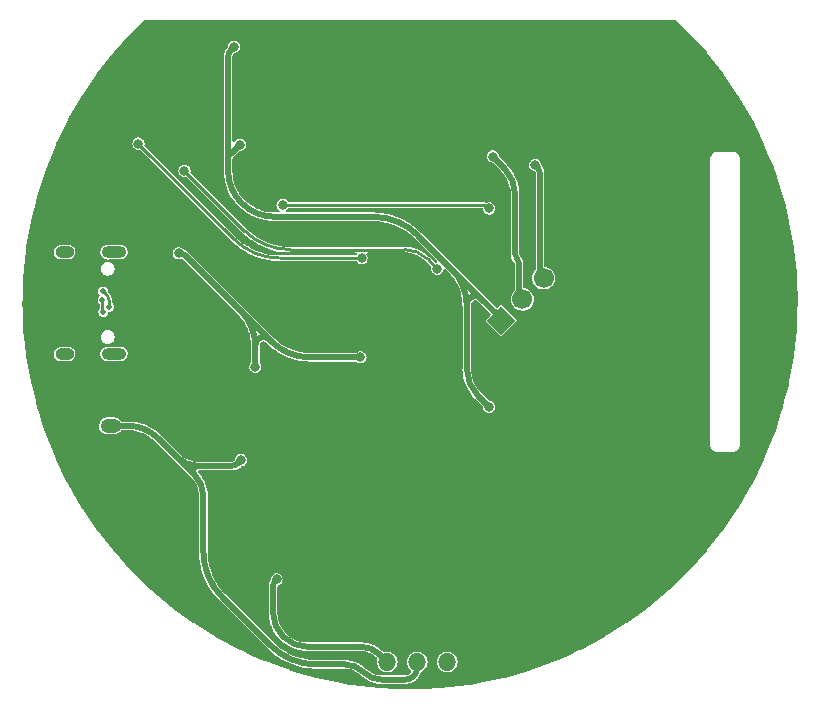
<source format=gbr>
%TF.GenerationSoftware,KiCad,Pcbnew,(6.0.9)*%
%TF.CreationDate,2023-01-23T17:19:02-06:00*%
%TF.ProjectId,pulse_ox_wearable,70756c73-655f-46f7-985f-776561726162,1*%
%TF.SameCoordinates,Original*%
%TF.FileFunction,Copper,L4,Bot*%
%TF.FilePolarity,Positive*%
%FSLAX46Y46*%
G04 Gerber Fmt 4.6, Leading zero omitted, Abs format (unit mm)*
G04 Created by KiCad (PCBNEW (6.0.9)) date 2023-01-23 17:19:02*
%MOMM*%
%LPD*%
G01*
G04 APERTURE LIST*
G04 Aperture macros list*
%AMRoundRect*
0 Rectangle with rounded corners*
0 $1 Rounding radius*
0 $2 $3 $4 $5 $6 $7 $8 $9 X,Y pos of 4 corners*
0 Add a 4 corners polygon primitive as box body*
4,1,4,$2,$3,$4,$5,$6,$7,$8,$9,$2,$3,0*
0 Add four circle primitives for the rounded corners*
1,1,$1+$1,$2,$3*
1,1,$1+$1,$4,$5*
1,1,$1+$1,$6,$7*
1,1,$1+$1,$8,$9*
0 Add four rect primitives between the rounded corners*
20,1,$1+$1,$2,$3,$4,$5,0*
20,1,$1+$1,$4,$5,$6,$7,0*
20,1,$1+$1,$6,$7,$8,$9,0*
20,1,$1+$1,$8,$9,$2,$3,0*%
%AMHorizOval*
0 Thick line with rounded ends*
0 $1 width*
0 $2 $3 position (X,Y) of the first rounded end (center of the circle)*
0 $4 $5 position (X,Y) of the second rounded end (center of the circle)*
0 Add line between two ends*
20,1,$1,$2,$3,$4,$5,0*
0 Add two circle primitives to create the rounded ends*
1,1,$1,$2,$3*
1,1,$1,$4,$5*%
%AMRotRect*
0 Rectangle, with rotation*
0 The origin of the aperture is its center*
0 $1 length*
0 $2 width*
0 $3 Rotation angle, in degrees counterclockwise*
0 Add horizontal line*
21,1,$1,$2,0,0,$3*%
G04 Aperture macros list end*
%TA.AperFunction,SMDPad,CuDef*%
%ADD10R,2.300000X2.800000*%
%TD*%
%TA.AperFunction,ComponentPad*%
%ADD11C,0.600000*%
%TD*%
%TA.AperFunction,ComponentPad*%
%ADD12O,1.600000X1.000000*%
%TD*%
%TA.AperFunction,ComponentPad*%
%ADD13O,2.100000X1.000000*%
%TD*%
%TA.AperFunction,ComponentPad*%
%ADD14RotRect,1.700000X1.700000X135.000000*%
%TD*%
%TA.AperFunction,ComponentPad*%
%ADD15HorizOval,1.700000X0.000000X0.000000X0.000000X0.000000X0*%
%TD*%
%TA.AperFunction,ComponentPad*%
%ADD16O,1.524000X1.524000*%
%TD*%
%TA.AperFunction,ComponentPad*%
%ADD17O,1.750000X1.200000*%
%TD*%
%TA.AperFunction,ComponentPad*%
%ADD18RoundRect,0.250000X0.625000X-0.350000X0.625000X0.350000X-0.625000X0.350000X-0.625000X-0.350000X0*%
%TD*%
%TA.AperFunction,ViaPad*%
%ADD19C,0.800000*%
%TD*%
%TA.AperFunction,ViaPad*%
%ADD20C,0.500000*%
%TD*%
%TA.AperFunction,Conductor*%
%ADD21C,0.250000*%
%TD*%
%TA.AperFunction,Conductor*%
%ADD22C,0.500000*%
%TD*%
G04 APERTURE END LIST*
D10*
%TO.P,U4,11,GND*%
%TO.N,GND*%
X87550000Y-78370000D03*
D11*
X88050000Y-77620000D03*
X88050000Y-79120000D03*
X87050000Y-77620000D03*
X87050000Y-79120000D03*
X87550000Y-78370000D03*
%TD*%
D12*
%TO.P,J2,S1,SHIELD*%
%TO.N,unconnected-(J2-PadS1)*%
X66450000Y-53480000D03*
D13*
X70630000Y-53480000D03*
X70630000Y-62120000D03*
D12*
X66450000Y-62120000D03*
%TD*%
D14*
%TO.P,J4,1,Pin_1*%
%TO.N,+3V3*%
X103412994Y-59287006D03*
D15*
%TO.P,J4,2,Pin_2*%
%TO.N,SDA*%
X105209045Y-57490955D03*
%TO.P,J4,3,Pin_3*%
%TO.N,SCL*%
X107005096Y-55694904D03*
%TO.P,J4,4,Pin_4*%
%TO.N,GND*%
X108801148Y-53898852D03*
%TD*%
D16*
%TO.P,SW1,3,C*%
%TO.N,unconnected-(SW1-Pad3)*%
X98840000Y-88200000D03*
%TO.P,SW1,2,B*%
%TO.N,VDD*%
X96300000Y-88200000D03*
%TO.P,SW1,1,A*%
%TO.N,/VDD_IN*%
X93760000Y-88200000D03*
%TD*%
D17*
%TO.P,J1,2,Pin_2*%
%TO.N,VDD*%
X70350000Y-68200000D03*
D18*
%TO.P,J1,1,Pin_1*%
%TO.N,GND*%
X70350000Y-70200000D03*
%TD*%
D19*
%TO.N,GND*%
X102900000Y-34700000D03*
X95700000Y-84200000D03*
X93700000Y-84200000D03*
X91700000Y-84200000D03*
X79871573Y-81171573D03*
X81285786Y-82585786D03*
X82700000Y-84000000D03*
X77871573Y-83271573D03*
X79285786Y-84685786D03*
X80700000Y-86100000D03*
X110400000Y-37900000D03*
X110400000Y-39899999D03*
X110400000Y-41900000D03*
X106528427Y-60171573D03*
X105114214Y-61585786D03*
X103700000Y-63000000D03*
X110028427Y-61771573D03*
X108614214Y-63185786D03*
X107200000Y-64600000D03*
X127128427Y-64971573D03*
X125714214Y-66385786D03*
X124300000Y-67800000D03*
X125228427Y-69771573D03*
X123814214Y-71185786D03*
X122400000Y-72600000D03*
X126400000Y-59800000D03*
X126400000Y-61799999D03*
X126400000Y-63800000D03*
X125000000Y-53600000D03*
X125000000Y-55599999D03*
X125000000Y-57600000D03*
X127200000Y-53000000D03*
X127200000Y-54999999D03*
X127200000Y-57000000D03*
X125300000Y-47000000D03*
X125300000Y-48999999D03*
X125300000Y-51000000D03*
X121271573Y-41171573D03*
X122685786Y-42585786D03*
X124100000Y-44000000D03*
X92228427Y-35671573D03*
X90814214Y-37085786D03*
X89400000Y-38500000D03*
X101000000Y-35500000D03*
X99000000Y-35500000D03*
X97000000Y-35500000D03*
X102600000Y-37500000D03*
X100600000Y-37500000D03*
X98600000Y-37500000D03*
X102400000Y-39700000D03*
X100400000Y-39700000D03*
X98400000Y-39700000D03*
X102100001Y-41800000D03*
X100100001Y-41800000D03*
X98099999Y-41800000D03*
X90500000Y-42000000D03*
X90500000Y-43999999D03*
X90500000Y-46000000D03*
X97099999Y-44000000D03*
X99100000Y-44000000D03*
X101100001Y-44000000D03*
X97300000Y-46300000D03*
X95300000Y-46300000D03*
X93300000Y-46300000D03*
X101300000Y-48600000D03*
X99300000Y-48600000D03*
X97300000Y-48600000D03*
X93800000Y-48600000D03*
X91800000Y-48600000D03*
X89800000Y-48600000D03*
X72900000Y-51500000D03*
X70900000Y-51500000D03*
X68900000Y-51500000D03*
X80028427Y-54428427D03*
X78614214Y-53014214D03*
X77200000Y-51600000D03*
X69800000Y-64500000D03*
X67800000Y-64500000D03*
X65800000Y-64500000D03*
X65700000Y-47000000D03*
X68528427Y-49828427D03*
X67114214Y-48414214D03*
X67114214Y-51242641D03*
X65700000Y-49828427D03*
X74085786Y-35714214D03*
X75500000Y-34300000D03*
X78328427Y-37128427D03*
X76914214Y-35714214D03*
X76914214Y-38542641D03*
X75500000Y-37128427D03*
X98499999Y-81100000D03*
X100500000Y-81100000D03*
X100500000Y-85100000D03*
X100500000Y-83100001D03*
X98500000Y-85100001D03*
X98500000Y-83100000D03*
X74700000Y-73700000D03*
X74700000Y-75700000D03*
X70700000Y-75700000D03*
X72700000Y-75700000D03*
X70700000Y-73700000D03*
X72700000Y-73700000D03*
X76614214Y-80385786D03*
X75200000Y-81800000D03*
X72371573Y-78971573D03*
X73785786Y-80385785D03*
X73785785Y-77557359D03*
X75200000Y-78971573D03*
X106700000Y-81100000D03*
X110800000Y-83100000D03*
X108800000Y-85100000D03*
X110800000Y-85100000D03*
X112800000Y-81100000D03*
X108800000Y-83100000D03*
X110800000Y-81100000D03*
X108800000Y-81100000D03*
X112800000Y-83100000D03*
X106700000Y-83100000D03*
X102700000Y-83100000D03*
X104700000Y-83100000D03*
X102700000Y-85100000D03*
X104700000Y-85100000D03*
X106700000Y-85100000D03*
X102700000Y-87100000D03*
X106700000Y-87100000D03*
X104700000Y-87100000D03*
X102700000Y-81100000D03*
X104700000Y-81100000D03*
X115600000Y-79200000D03*
X109500000Y-73200000D03*
X113500000Y-73200000D03*
X111500000Y-77200001D03*
X113500001Y-75200000D03*
X111500000Y-75200000D03*
X109500000Y-79200000D03*
X111500001Y-73200000D03*
X113500000Y-77200000D03*
X111500000Y-79200000D03*
X109500000Y-75200001D03*
X113500000Y-79200000D03*
X109500000Y-77200000D03*
X115599999Y-77200000D03*
X119600000Y-77200001D03*
X117600000Y-77200000D03*
X119600000Y-75200000D03*
X117599999Y-75200000D03*
X115600000Y-75200000D03*
X119599999Y-73200000D03*
X115599999Y-73200000D03*
X117600000Y-73200000D03*
X117600000Y-79200000D03*
X113500000Y-65100000D03*
X119600000Y-71100000D03*
X115600000Y-71100000D03*
X117600000Y-67100000D03*
X115600000Y-69100000D03*
X117600000Y-69100000D03*
X119600000Y-65100000D03*
X117600000Y-71100000D03*
X115600000Y-67100000D03*
X117600000Y-65100000D03*
X119600000Y-69100000D03*
X115600000Y-65100000D03*
X119600000Y-67100000D03*
X113500000Y-67100000D03*
X109500000Y-67100000D03*
X111500000Y-67100000D03*
X109500000Y-69100000D03*
X111500000Y-69100000D03*
X113500000Y-69100000D03*
X109500000Y-71100000D03*
X113500000Y-71100000D03*
X111500000Y-71100000D03*
X109500000Y-65100000D03*
X111500000Y-65100000D03*
X119600000Y-44000000D03*
X119600000Y-46000000D03*
X115600000Y-46000000D03*
X117600000Y-46000000D03*
X115600000Y-48000000D03*
X117600000Y-48000000D03*
X119600000Y-48000000D03*
X115600000Y-50000000D03*
X119600000Y-50000000D03*
X117600000Y-50000000D03*
X115600000Y-44000000D03*
X117600000Y-44000000D03*
X113500000Y-48000000D03*
X113500000Y-50000000D03*
X109500000Y-50000000D03*
X111500000Y-50000000D03*
X109500000Y-48000000D03*
X111500000Y-48000000D03*
X113500000Y-46000000D03*
X109500000Y-46000000D03*
X111500000Y-46000000D03*
X113500000Y-44000000D03*
X111500000Y-44000000D03*
X109500000Y-44000000D03*
%TO.N,VBUS*%
X82600000Y-63200000D03*
X76100000Y-53600000D03*
X91500000Y-62400000D03*
%TO.N,GND*%
X95300000Y-57700000D03*
X91200000Y-55700000D03*
X89500000Y-34599500D03*
X94500000Y-42900000D03*
X84900000Y-59200000D03*
X87500000Y-59200000D03*
X87500000Y-75500000D03*
X81700000Y-47900000D03*
X87500000Y-81200000D03*
X83500000Y-56300000D03*
X89100000Y-56300000D03*
X81400000Y-56300000D03*
X73300000Y-54000000D03*
X107700000Y-70700000D03*
X95900000Y-65500000D03*
X79800000Y-76300000D03*
X90100000Y-59200000D03*
X82500000Y-56300000D03*
X98200000Y-67600000D03*
X76700000Y-55000000D03*
X84600000Y-56300000D03*
X87500000Y-64500000D03*
X90200000Y-56200000D03*
X76400000Y-59300000D03*
X96500000Y-74200000D03*
X117600000Y-40900000D03*
X88000000Y-56300000D03*
X93900000Y-56400000D03*
X79280000Y-62680000D03*
X94500000Y-36000000D03*
X95300000Y-56400000D03*
X93900000Y-57700000D03*
X87500000Y-61100000D03*
X81200000Y-69100000D03*
X96500000Y-77800000D03*
X85500000Y-69200000D03*
X80000000Y-60200000D03*
X84100000Y-39000000D03*
X86200000Y-59200000D03*
X87600000Y-68300000D03*
X75900000Y-60500000D03*
X85700000Y-56300000D03*
X83800000Y-59200000D03*
X88900000Y-59200000D03*
X73500000Y-61400000D03*
X86800000Y-56300000D03*
X110100000Y-56200000D03*
X96400000Y-81800000D03*
%TO.N,+3V3*%
X102400000Y-66600000D03*
X80800000Y-36100000D03*
X81300000Y-44400000D03*
%TO.N,VDD*%
X81400000Y-71100000D03*
D20*
%TO.N,D-*%
X69704323Y-56800000D03*
X70250000Y-58124500D03*
%TO.N,D+*%
X69712921Y-58572663D03*
X69650000Y-57558850D03*
D19*
%TO.N,SDA*%
X102700000Y-45400000D03*
%TO.N,SCL*%
X106300000Y-46119152D03*
%TO.N,~{RTS}*%
X98000000Y-54900000D03*
X76600000Y-46600000D03*
%TO.N,~{DTR}*%
X72700000Y-44300000D03*
X91600000Y-54000000D03*
%TO.N,IO0*%
X84900000Y-49500000D03*
X102400000Y-49800000D03*
%TO.N,/VDD_IN*%
X84400000Y-81200000D03*
%TD*%
D21*
%TO.N,D+*%
X69681438Y-58541224D02*
G75*
G02*
X69650000Y-58465250I75962J75924D01*
G01*
%TO.N,D-*%
X70249988Y-57731528D02*
G75*
G03*
X69977161Y-57072838I-931488J28D01*
G01*
D22*
%TO.N,/VDD_IN*%
X84100014Y-81712132D02*
G75*
G02*
X84250001Y-81350001I512086J32D01*
G01*
X84950005Y-86049995D02*
G75*
G02*
X84100000Y-83997918I2052095J2052095D01*
G01*
X87002081Y-86900007D02*
G75*
G02*
X84950000Y-86050000I19J2902107D01*
G01*
X91540761Y-86900017D02*
G75*
G02*
X93109999Y-87550001I39J-2219183D01*
G01*
D21*
%TO.N,IO0*%
X101887867Y-49500014D02*
G75*
G02*
X102249999Y-49650001I33J-512086D01*
G01*
%TO.N,~{DTR}*%
X84653963Y-54000010D02*
G75*
G02*
X80806208Y-52406206I37J5441610D01*
G01*
%TO.N,~{RTS}*%
X95225951Y-53275021D02*
G75*
G02*
X97187499Y-54087501I49J-2773979D01*
G01*
X85528963Y-53275010D02*
G75*
G02*
X81681208Y-51681206I37J5441610D01*
G01*
D22*
%TO.N,SCL*%
X106705113Y-46810694D02*
G75*
G03*
X106502548Y-46321700I-691513J-6D01*
G01*
%TO.N,SDA*%
X104754502Y-54054542D02*
G75*
G02*
X104600000Y-53681472I373098J373042D01*
G01*
X104909072Y-54427572D02*
G75*
G03*
X104754522Y-54054522I-527572J-28D01*
G01*
X104599998Y-48643502D02*
G75*
G03*
X103649999Y-46350001I-3243498J2D01*
G01*
%TO.N,VDD*%
X78200016Y-74160660D02*
G75*
G03*
X77450000Y-72350000I-2560716J-40D01*
G01*
X95999989Y-89399989D02*
G75*
G03*
X96300000Y-88675735I-724289J724289D01*
G01*
X87753963Y-88400010D02*
G75*
G02*
X83906208Y-86806206I37J5441610D01*
G01*
X93319238Y-89699983D02*
G75*
G02*
X91750001Y-89049999I-38J2219183D01*
G01*
X77450068Y-72349932D02*
G75*
G02*
X77760660Y-71600000I310632J310632D01*
G01*
X77760660Y-71600016D02*
G75*
G02*
X75950000Y-70850000I40J2560716D01*
G01*
X79793800Y-82693784D02*
G75*
G02*
X78200000Y-78846036I3847800J3847784D01*
G01*
X71825000Y-68200011D02*
G75*
G02*
X74342981Y-69242983I0J-3560989D01*
G01*
X95275735Y-89700014D02*
G75*
G03*
X95999999Y-89399999I-35J1024314D01*
G01*
X80546446Y-71600019D02*
G75*
G03*
X81150000Y-71350000I-46J853619D01*
G01*
X90180761Y-88400017D02*
G75*
G02*
X91749999Y-89050001I39J-2219183D01*
G01*
X77450000Y-72350000D02*
X75950000Y-70850000D01*
%TO.N,+3V3*%
X101450500Y-65650540D02*
G75*
G02*
X100501041Y-63358274I2292300J2292240D01*
G01*
X92548118Y-50500002D02*
G75*
G02*
X96395874Y-52093792I-18J-5441598D01*
G01*
X81396021Y-49296009D02*
G75*
G02*
X80300000Y-46650000I2645979J2646009D01*
G01*
X80300023Y-36953553D02*
G75*
G02*
X80550001Y-36350001I853477J53D01*
G01*
X80525000Y-45175000D02*
G75*
G02*
X80375000Y-45175000I-75000J75000D01*
G01*
X99195050Y-54892996D02*
G75*
G02*
X100501041Y-58045888I-3152850J-3152904D01*
G01*
X100501097Y-58045880D02*
G75*
G02*
X101646492Y-57344410I725103J101880D01*
G01*
X80299918Y-45206066D02*
G75*
G02*
X80375000Y-45175000I43982J-34D01*
G01*
X80375010Y-45174990D02*
G75*
G02*
X80300000Y-44993933I181090J181090D01*
G01*
X84226345Y-50499951D02*
G75*
G02*
X81450001Y-49349999I-45J3926351D01*
G01*
X99195064Y-54892982D02*
X101646492Y-57344410D01*
X80300000Y-45206066D02*
X80300000Y-44993933D01*
%TO.N,VBUS*%
X76301041Y-53599984D02*
G75*
G02*
X76644239Y-53742157I-41J-485416D01*
G01*
X81361809Y-58459763D02*
G75*
G02*
X82600000Y-61448959I-2989209J-2989237D01*
G01*
X82599972Y-61448961D02*
G75*
G02*
X83745451Y-60843369I700328J61461D01*
G01*
X87212742Y-62399953D02*
G75*
G02*
X83951041Y-61048959I-42J4612753D01*
G01*
X81361827Y-58459745D02*
X83745451Y-60843369D01*
X76301041Y-53600000D02*
X76100000Y-53600000D01*
X83745451Y-60843369D02*
X83951041Y-61048959D01*
X76644239Y-53742157D02*
X81361827Y-58459745D01*
X82600000Y-61448959D02*
X82600000Y-63200000D01*
X91500000Y-62400000D02*
X87212742Y-62400000D01*
%TO.N,+3V3*%
X100501041Y-63358274D02*
X100501041Y-58045888D01*
X81300000Y-44400000D02*
X80525000Y-45175000D01*
X80300000Y-46650000D02*
X80300000Y-45206066D01*
X92548118Y-50500000D02*
X84226345Y-50500000D01*
X81396015Y-49296015D02*
X81450000Y-49350000D01*
X101450520Y-65650520D02*
X102400000Y-66600000D01*
X101646492Y-57344410D02*
X103112994Y-58810912D01*
X96395874Y-52093792D02*
X99195064Y-54892982D01*
X80300000Y-36953553D02*
X80300000Y-44993933D01*
X80800000Y-36100000D02*
X80550000Y-36350000D01*
%TO.N,VDD*%
X75950000Y-70850000D02*
X74342982Y-69242982D01*
X78200000Y-74160660D02*
X78200000Y-78846036D01*
X77760660Y-71600000D02*
X80546446Y-71600000D01*
X71825000Y-68200000D02*
X70350000Y-68200000D01*
X83906207Y-86806207D02*
X79793792Y-82693792D01*
X96300000Y-88675735D02*
X96300000Y-88200000D01*
X81400000Y-71100000D02*
X81150000Y-71350000D01*
X87753963Y-88400000D02*
X90180761Y-88400000D01*
X93319238Y-89700000D02*
X95275735Y-89700000D01*
D21*
%TO.N,D-*%
X70250000Y-58124500D02*
X70250000Y-57731528D01*
X69704323Y-56800000D02*
X69977161Y-57072838D01*
%TO.N,D+*%
X69712921Y-58572663D02*
X69681460Y-58541202D01*
X69650000Y-58465250D02*
X69650000Y-57558850D01*
D22*
%TO.N,SDA*%
X104909045Y-54427572D02*
X104909045Y-57190955D01*
X102700000Y-45400000D02*
X103650000Y-46350000D01*
X104600000Y-53681472D02*
X104600000Y-48643502D01*
%TO.N,SCL*%
X106705096Y-46810694D02*
X106705096Y-55394904D01*
X106502548Y-46321700D02*
X106300000Y-46119152D01*
D21*
%TO.N,~{RTS}*%
X95225951Y-53275000D02*
X85528963Y-53275000D01*
X76600000Y-46600000D02*
X81681207Y-51681207D01*
X97187500Y-54087500D02*
X98000000Y-54900000D01*
%TO.N,~{DTR}*%
X80806207Y-52406207D02*
X72700000Y-44300000D01*
X91600000Y-54000000D02*
X84653963Y-54000000D01*
%TO.N,IO0*%
X84900000Y-49500000D02*
X101887867Y-49500000D01*
X102400000Y-49800000D02*
X102250000Y-49650000D01*
D22*
%TO.N,/VDD_IN*%
X84100000Y-81712132D02*
X84100000Y-83997918D01*
X84250000Y-81350000D02*
X84400000Y-81200000D01*
X87002081Y-86900000D02*
X91540761Y-86900000D01*
X93110000Y-87550000D02*
X93760000Y-88200000D01*
%TD*%
%TA.AperFunction,Conductor*%
%TO.N,GND*%
G36*
X118180899Y-33820002D02*
G01*
X118200305Y-33835363D01*
X119264461Y-34863006D01*
X119266029Y-34864548D01*
X119304147Y-34902666D01*
X119307203Y-34905830D01*
X119344024Y-34945316D01*
X119345509Y-34946937D01*
X120800081Y-36562403D01*
X120801484Y-36563988D01*
X120836921Y-36604754D01*
X120839729Y-36608101D01*
X120873714Y-36650069D01*
X120875083Y-36651790D01*
X122213375Y-38364725D01*
X122214714Y-38366469D01*
X122247217Y-38409602D01*
X122249802Y-38413160D01*
X122280760Y-38457372D01*
X122282006Y-38459185D01*
X123497570Y-40261332D01*
X123498784Y-40263166D01*
X123528181Y-40308434D01*
X123530510Y-40312162D01*
X123558310Y-40358428D01*
X123559427Y-40360324D01*
X124646321Y-42242881D01*
X124647404Y-42244795D01*
X124673561Y-42291983D01*
X124675625Y-42295865D01*
X124700130Y-42343958D01*
X124701098Y-42345900D01*
X125517532Y-44019836D01*
X125654038Y-44299715D01*
X125654985Y-44301702D01*
X125677789Y-44350607D01*
X125679577Y-44354622D01*
X125700694Y-44404370D01*
X125701536Y-44406403D01*
X126045635Y-45258078D01*
X126477656Y-46327365D01*
X126515825Y-46421837D01*
X126516592Y-46423783D01*
X126535977Y-46474281D01*
X126537480Y-46478412D01*
X126555055Y-46529453D01*
X126555753Y-46531539D01*
X127227489Y-48598932D01*
X127228150Y-48601028D01*
X127243926Y-48652627D01*
X127245139Y-48656856D01*
X127259115Y-48709015D01*
X127259662Y-48711133D01*
X127404610Y-49292487D01*
X127785543Y-50820328D01*
X127786056Y-50822465D01*
X127798202Y-50875073D01*
X127799117Y-50879377D01*
X127809408Y-50932322D01*
X127809809Y-50934483D01*
X128187290Y-53075287D01*
X128187652Y-53077454D01*
X128196095Y-53130756D01*
X128196706Y-53135100D01*
X128203293Y-53188740D01*
X128203522Y-53190755D01*
X128424104Y-55289453D01*
X128430753Y-55352710D01*
X128430964Y-55354901D01*
X128435672Y-55408720D01*
X128435978Y-55413106D01*
X128438802Y-55466991D01*
X128438898Y-55469188D01*
X128454034Y-55902612D01*
X128514764Y-57641693D01*
X128514818Y-57643755D01*
X128515603Y-57688692D01*
X128515762Y-57697802D01*
X128515762Y-57702177D01*
X128514818Y-57756245D01*
X128514764Y-57758307D01*
X128486668Y-58562870D01*
X128438898Y-59930812D01*
X128438802Y-59933009D01*
X128435978Y-59986894D01*
X128435672Y-59991280D01*
X128430964Y-60045099D01*
X128430755Y-60047268D01*
X128203522Y-62209245D01*
X128203293Y-62211260D01*
X128199415Y-62242843D01*
X128196708Y-62264888D01*
X128196095Y-62269244D01*
X128187652Y-62322546D01*
X128187290Y-62324713D01*
X127809809Y-64465517D01*
X127809408Y-64467678D01*
X127799117Y-64520623D01*
X127798202Y-64524927D01*
X127786056Y-64577535D01*
X127785543Y-64579672D01*
X127750107Y-64721800D01*
X127397334Y-66136697D01*
X127259665Y-66688856D01*
X127259115Y-66690985D01*
X127245139Y-66743144D01*
X127243926Y-66747373D01*
X127228150Y-66798972D01*
X127227489Y-66801068D01*
X126555753Y-68868461D01*
X126555055Y-68870547D01*
X126537480Y-68921588D01*
X126535985Y-68925696D01*
X126516592Y-68976219D01*
X126515843Y-68978118D01*
X126193063Y-69777027D01*
X125701536Y-70993597D01*
X125700694Y-70995630D01*
X125679577Y-71045378D01*
X125677789Y-71049393D01*
X125654985Y-71098298D01*
X125654042Y-71100277D01*
X124708645Y-73038629D01*
X124701112Y-73054073D01*
X124700130Y-73056042D01*
X124675625Y-73104135D01*
X124673561Y-73108017D01*
X124647404Y-73155205D01*
X124646321Y-73157119D01*
X123559427Y-75039676D01*
X123558310Y-75041572D01*
X123530510Y-75087838D01*
X123528181Y-75091566D01*
X123498784Y-75136834D01*
X123497570Y-75138668D01*
X122282006Y-76940815D01*
X122280760Y-76942628D01*
X122249802Y-76986840D01*
X122247217Y-76990398D01*
X122214714Y-77033531D01*
X122213375Y-77035275D01*
X120875083Y-78748210D01*
X120873714Y-78749931D01*
X120839729Y-78791899D01*
X120836921Y-78795246D01*
X120801484Y-78836012D01*
X120800081Y-78837597D01*
X119345509Y-80453063D01*
X119344024Y-80454684D01*
X119307203Y-80494170D01*
X119304147Y-80497334D01*
X119266029Y-80535452D01*
X119264462Y-80536993D01*
X117700663Y-82047136D01*
X117699149Y-82048572D01*
X117659656Y-82085400D01*
X117656418Y-82088316D01*
X117615632Y-82123771D01*
X117614057Y-82125116D01*
X115948781Y-83522449D01*
X115947083Y-83523848D01*
X115905124Y-83557825D01*
X115901662Y-83560530D01*
X115880741Y-83576296D01*
X115858503Y-83593053D01*
X115856870Y-83594262D01*
X114098141Y-84872053D01*
X114096462Y-84873251D01*
X114052138Y-84904288D01*
X114048521Y-84906727D01*
X114003222Y-84936144D01*
X114001426Y-84937289D01*
X112157898Y-86089252D01*
X112156087Y-86090362D01*
X112125286Y-86108869D01*
X112109762Y-86118197D01*
X112105968Y-86120387D01*
X112058747Y-86146562D01*
X112056849Y-86147592D01*
X110137466Y-87168146D01*
X110135515Y-87169162D01*
X110087460Y-87193647D01*
X110083507Y-87195575D01*
X110034667Y-87218349D01*
X110032667Y-87219261D01*
X109048575Y-87657408D01*
X108046653Y-88103493D01*
X108044752Y-88104319D01*
X108005796Y-88120855D01*
X107995043Y-88125419D01*
X107990979Y-88127061D01*
X107940473Y-88146449D01*
X107938547Y-88147168D01*
X106830272Y-88550547D01*
X105895826Y-88890657D01*
X105893754Y-88891391D01*
X105842716Y-88908965D01*
X105838541Y-88910322D01*
X105786890Y-88926113D01*
X105784870Y-88926711D01*
X103695160Y-89525927D01*
X103693205Y-89526469D01*
X103662972Y-89534570D01*
X103640994Y-89540458D01*
X103636729Y-89541522D01*
X103584110Y-89553670D01*
X103581963Y-89554146D01*
X102831082Y-89713751D01*
X101455618Y-90006115D01*
X101453594Y-90006526D01*
X101400546Y-90016838D01*
X101396245Y-90017596D01*
X101342914Y-90026042D01*
X101340741Y-90026367D01*
X99188085Y-90328903D01*
X99185907Y-90329190D01*
X99174639Y-90330574D01*
X99132309Y-90335771D01*
X99128051Y-90336219D01*
X99074151Y-90340934D01*
X99072120Y-90341094D01*
X98152684Y-90405387D01*
X96903503Y-90492738D01*
X96901309Y-90492872D01*
X96847467Y-90495694D01*
X96843071Y-90495848D01*
X96793198Y-90496719D01*
X96789109Y-90496790D01*
X96786911Y-90496809D01*
X94613089Y-90496809D01*
X94610891Y-90496790D01*
X94606802Y-90496719D01*
X94556929Y-90495848D01*
X94552533Y-90495694D01*
X94498691Y-90492872D01*
X94496497Y-90492738D01*
X93247316Y-90405387D01*
X92327880Y-90341094D01*
X92325849Y-90340934D01*
X92271949Y-90336219D01*
X92267691Y-90335771D01*
X92225361Y-90330574D01*
X92214093Y-90329190D01*
X92211915Y-90328903D01*
X90059259Y-90026367D01*
X90057086Y-90026042D01*
X90003755Y-90017596D01*
X89999454Y-90016838D01*
X89946406Y-90006526D01*
X89944382Y-90006115D01*
X88568918Y-89713751D01*
X87818037Y-89554146D01*
X87815890Y-89553670D01*
X87763271Y-89541522D01*
X87759006Y-89540458D01*
X87737028Y-89534570D01*
X87706795Y-89526469D01*
X87704840Y-89525927D01*
X85615130Y-88926711D01*
X85613110Y-88926113D01*
X85561459Y-88910322D01*
X85557284Y-88908965D01*
X85506246Y-88891391D01*
X85504174Y-88890657D01*
X84569728Y-88550547D01*
X83461453Y-88147168D01*
X83459527Y-88146449D01*
X83409021Y-88127061D01*
X83404957Y-88125419D01*
X83394204Y-88120855D01*
X83355248Y-88104319D01*
X83353347Y-88103493D01*
X82351425Y-87657408D01*
X81367333Y-87219261D01*
X81365333Y-87218349D01*
X81316493Y-87195575D01*
X81312540Y-87193647D01*
X81264485Y-87169162D01*
X81262534Y-87168146D01*
X79343151Y-86147592D01*
X79341253Y-86146562D01*
X79294032Y-86120387D01*
X79290238Y-86118197D01*
X79274714Y-86108869D01*
X79243913Y-86090362D01*
X79242102Y-86089252D01*
X77398574Y-84937289D01*
X77396778Y-84936144D01*
X77351479Y-84906727D01*
X77347862Y-84904288D01*
X77303538Y-84873251D01*
X77301859Y-84872053D01*
X75543130Y-83594262D01*
X75541497Y-83593053D01*
X75519259Y-83576296D01*
X75498338Y-83560530D01*
X75494876Y-83557825D01*
X75452917Y-83523848D01*
X75451219Y-83522449D01*
X73785943Y-82125116D01*
X73784368Y-82123771D01*
X73743582Y-82088316D01*
X73740344Y-82085400D01*
X73700851Y-82048572D01*
X73699337Y-82047136D01*
X72135538Y-80536993D01*
X72133971Y-80535452D01*
X72095853Y-80497334D01*
X72092797Y-80494170D01*
X72055976Y-80454684D01*
X72054491Y-80453063D01*
X70599919Y-78837597D01*
X70598516Y-78836012D01*
X70563079Y-78795246D01*
X70560271Y-78791899D01*
X70526286Y-78749931D01*
X70524917Y-78748210D01*
X69186625Y-77035275D01*
X69185286Y-77033531D01*
X69152783Y-76990398D01*
X69150198Y-76986840D01*
X69119240Y-76942628D01*
X69117994Y-76940815D01*
X67902430Y-75138668D01*
X67901216Y-75136834D01*
X67871819Y-75091566D01*
X67869490Y-75087838D01*
X67841690Y-75041572D01*
X67840573Y-75039676D01*
X66753679Y-73157119D01*
X66752596Y-73155205D01*
X66726439Y-73108017D01*
X66724375Y-73104135D01*
X66699870Y-73056042D01*
X66698888Y-73054073D01*
X66691356Y-73038629D01*
X65745958Y-71100277D01*
X65745015Y-71098298D01*
X65722211Y-71049393D01*
X65720423Y-71045378D01*
X65699306Y-70995630D01*
X65698464Y-70993597D01*
X65206937Y-69777027D01*
X64884157Y-68978118D01*
X64883408Y-68976219D01*
X64864015Y-68925696D01*
X64862520Y-68921588D01*
X64844945Y-68870547D01*
X64844247Y-68868461D01*
X64653780Y-68282263D01*
X69364025Y-68282263D01*
X69404170Y-68449479D01*
X69483044Y-68602293D01*
X69488036Y-68608015D01*
X69488037Y-68608017D01*
X69551786Y-68681094D01*
X69596091Y-68731882D01*
X69630336Y-68755950D01*
X69730570Y-68826396D01*
X69730572Y-68826397D01*
X69736787Y-68830765D01*
X69897008Y-68893232D01*
X70028168Y-68910500D01*
X70668119Y-68910500D01*
X70795723Y-68895058D01*
X70956589Y-68834272D01*
X70996596Y-68806776D01*
X71092054Y-68741170D01*
X71092056Y-68741169D01*
X71098313Y-68736868D01*
X71212711Y-68608470D01*
X71213774Y-68609417D01*
X71262642Y-68570071D01*
X71310811Y-68560500D01*
X71786708Y-68560500D01*
X71806419Y-68562051D01*
X71815206Y-68563443D01*
X71815207Y-68563443D01*
X71825000Y-68564994D01*
X71834798Y-68563442D01*
X71836842Y-68563442D01*
X71859622Y-68562212D01*
X72037487Y-68570950D01*
X72132522Y-68575618D01*
X72144818Y-68576830D01*
X72259254Y-68593804D01*
X72443255Y-68621098D01*
X72455382Y-68623510D01*
X72748036Y-68696815D01*
X72759869Y-68700404D01*
X73043936Y-68802044D01*
X73055359Y-68806776D01*
X73328097Y-68935770D01*
X73338984Y-68941589D01*
X73597765Y-69096694D01*
X73608046Y-69103563D01*
X73850388Y-69283294D01*
X73859937Y-69291130D01*
X74062357Y-69474591D01*
X74077687Y-69491674D01*
X74079067Y-69493054D01*
X74084894Y-69501074D01*
X74092913Y-69506900D01*
X74100117Y-69512134D01*
X74115152Y-69524976D01*
X75668008Y-71077832D01*
X75680849Y-71092866D01*
X75691910Y-71108090D01*
X75699194Y-71113382D01*
X75701340Y-71115327D01*
X75702794Y-71116781D01*
X75704241Y-71117957D01*
X75743505Y-71153543D01*
X75747985Y-71157809D01*
X77163607Y-72573431D01*
X77171914Y-72582596D01*
X77182404Y-72595379D01*
X77185842Y-72599829D01*
X77186084Y-72600071D01*
X77191910Y-72608090D01*
X77199929Y-72613916D01*
X77203184Y-72617171D01*
X77218056Y-72630613D01*
X77354780Y-72783608D01*
X77363589Y-72794654D01*
X77498174Y-72984332D01*
X77505692Y-72996296D01*
X77618199Y-73199860D01*
X77624329Y-73212590D01*
X77713332Y-73427456D01*
X77717999Y-73440792D01*
X77782389Y-73664286D01*
X77785530Y-73678044D01*
X77818305Y-73870932D01*
X77824493Y-73907350D01*
X77826075Y-73921390D01*
X77837579Y-74126187D01*
X77836557Y-74146409D01*
X77836557Y-74150871D01*
X77835006Y-74160666D01*
X77836558Y-74170462D01*
X77837948Y-74179239D01*
X77839500Y-74198952D01*
X77839500Y-78807746D01*
X77837949Y-78827454D01*
X77835006Y-78846038D01*
X77835029Y-78846181D01*
X77852925Y-79301612D01*
X77906516Y-79754377D01*
X77995465Y-80201541D01*
X78119223Y-80640348D01*
X78120077Y-80642664D01*
X78120081Y-80642675D01*
X78270060Y-81049209D01*
X78277027Y-81068093D01*
X78278057Y-81070328D01*
X78278059Y-81070332D01*
X78447135Y-81437082D01*
X78467906Y-81482138D01*
X78469109Y-81484286D01*
X78469112Y-81484292D01*
X78607120Y-81730723D01*
X78690681Y-81879931D01*
X78943979Y-82259019D01*
X79226240Y-82617065D01*
X79535564Y-82951692D01*
X79535702Y-82951881D01*
X79543663Y-82957665D01*
X79543664Y-82957666D01*
X79550922Y-82962939D01*
X79565956Y-82975780D01*
X83624219Y-87034043D01*
X83637059Y-87049076D01*
X83648118Y-87064297D01*
X83648235Y-87064382D01*
X83982928Y-87373767D01*
X83984871Y-87375299D01*
X83984876Y-87375303D01*
X84063831Y-87437546D01*
X84340974Y-87656028D01*
X84343035Y-87657405D01*
X84343039Y-87657408D01*
X84568551Y-87808090D01*
X84720063Y-87909327D01*
X84924547Y-88023844D01*
X85115689Y-88130890D01*
X85115701Y-88130896D01*
X85117856Y-88132103D01*
X85120102Y-88133138D01*
X85120111Y-88133143D01*
X85529663Y-88321949D01*
X85531902Y-88322981D01*
X85534213Y-88323834D01*
X85534214Y-88323834D01*
X85957320Y-88479928D01*
X85957331Y-88479932D01*
X85959647Y-88480786D01*
X85962038Y-88481460D01*
X85962037Y-88481460D01*
X86396081Y-88603876D01*
X86396094Y-88603879D01*
X86398455Y-88604545D01*
X86845621Y-88693494D01*
X86984625Y-88709947D01*
X87295933Y-88746795D01*
X87295942Y-88746796D01*
X87298386Y-88747085D01*
X87447916Y-88752961D01*
X87743334Y-88764570D01*
X87743335Y-88764570D01*
X87753902Y-88764985D01*
X87753961Y-88764994D01*
X87763571Y-88763472D01*
X87763574Y-88763472D01*
X87772544Y-88762051D01*
X87792253Y-88760500D01*
X90142475Y-88760500D01*
X90162184Y-88762051D01*
X90170972Y-88763443D01*
X90170973Y-88763443D01*
X90180767Y-88764994D01*
X90190563Y-88763442D01*
X90199658Y-88763442D01*
X90214808Y-88762748D01*
X90397587Y-88774725D01*
X90415141Y-88775875D01*
X90431477Y-88778026D01*
X90542611Y-88800130D01*
X90653741Y-88822233D01*
X90669659Y-88826497D01*
X90884264Y-88899345D01*
X90899473Y-88905645D01*
X91066911Y-88988214D01*
X91102720Y-89005873D01*
X91116993Y-89014113D01*
X91189884Y-89062816D01*
X91305433Y-89140022D01*
X91318495Y-89150046D01*
X91433953Y-89251299D01*
X91469382Y-89282369D01*
X91479786Y-89293773D01*
X91486084Y-89300071D01*
X91491910Y-89308090D01*
X91495355Y-89310593D01*
X91708264Y-89500859D01*
X91944574Y-89668529D01*
X92198171Y-89808685D01*
X92201427Y-89810034D01*
X92201436Y-89810038D01*
X92462591Y-89918209D01*
X92462599Y-89918212D01*
X92465866Y-89919565D01*
X92744293Y-89999775D01*
X92747765Y-90000365D01*
X92747770Y-90000366D01*
X92887748Y-90024147D01*
X93029950Y-90048306D01*
X93138912Y-90054424D01*
X93305949Y-90063802D01*
X93305951Y-90063802D01*
X93314881Y-90064303D01*
X93319244Y-90064994D01*
X93337817Y-90062052D01*
X93357530Y-90060500D01*
X95237455Y-90060500D01*
X95257162Y-90062051D01*
X95265951Y-90063443D01*
X95265952Y-90063443D01*
X95275747Y-90064994D01*
X95285543Y-90063442D01*
X95285544Y-90063442D01*
X95286297Y-90063323D01*
X95297767Y-90062041D01*
X95452767Y-90051877D01*
X95452770Y-90051877D01*
X95456881Y-90051607D01*
X95460926Y-90050802D01*
X95460928Y-90050802D01*
X95630867Y-90016995D01*
X95630874Y-90016993D01*
X95634916Y-90016189D01*
X95806804Y-89957837D01*
X95887159Y-89918209D01*
X95965906Y-89879374D01*
X95965910Y-89879372D01*
X95969606Y-89877549D01*
X96120536Y-89776699D01*
X96123628Y-89773987D01*
X96123635Y-89773982D01*
X96192315Y-89713751D01*
X96240304Y-89671665D01*
X96249314Y-89664467D01*
X96250069Y-89663918D01*
X96258090Y-89658090D01*
X96264558Y-89649188D01*
X96271763Y-89640170D01*
X96373966Y-89523632D01*
X96373967Y-89523630D01*
X96376688Y-89520528D01*
X96477537Y-89369599D01*
X96493490Y-89337252D01*
X96523620Y-89276155D01*
X96557824Y-89206799D01*
X96606703Y-89062815D01*
X96647541Y-89004741D01*
X96674765Y-88988214D01*
X96738653Y-88959769D01*
X96887032Y-88851965D01*
X96912353Y-88823844D01*
X97005336Y-88720576D01*
X97005337Y-88720575D01*
X97009755Y-88715668D01*
X97075675Y-88601492D01*
X97098155Y-88562555D01*
X97098156Y-88562554D01*
X97101459Y-88556832D01*
X97158135Y-88382402D01*
X97177306Y-88200000D01*
X97962694Y-88200000D01*
X97981865Y-88382402D01*
X98038541Y-88556832D01*
X98041844Y-88562554D01*
X98041845Y-88562555D01*
X98064325Y-88601492D01*
X98130245Y-88715668D01*
X98134663Y-88720575D01*
X98134664Y-88720576D01*
X98227648Y-88823844D01*
X98252968Y-88851965D01*
X98258307Y-88855844D01*
X98332406Y-88909680D01*
X98401347Y-88959769D01*
X98407375Y-88962453D01*
X98407377Y-88962454D01*
X98546662Y-89024468D01*
X98568898Y-89034368D01*
X98658597Y-89053434D01*
X98741840Y-89071128D01*
X98741844Y-89071128D01*
X98748297Y-89072500D01*
X98931703Y-89072500D01*
X98938156Y-89071128D01*
X98938160Y-89071128D01*
X99021403Y-89053434D01*
X99111102Y-89034368D01*
X99133338Y-89024468D01*
X99272623Y-88962454D01*
X99272625Y-88962453D01*
X99278653Y-88959769D01*
X99347595Y-88909680D01*
X99421693Y-88855844D01*
X99427032Y-88851965D01*
X99452353Y-88823844D01*
X99545336Y-88720576D01*
X99545337Y-88720575D01*
X99549755Y-88715668D01*
X99615675Y-88601492D01*
X99638155Y-88562555D01*
X99638156Y-88562554D01*
X99641459Y-88556832D01*
X99698135Y-88382402D01*
X99717306Y-88200000D01*
X99698135Y-88017598D01*
X99641459Y-87843168D01*
X99630957Y-87824977D01*
X99553058Y-87690053D01*
X99549755Y-87684332D01*
X99545336Y-87679424D01*
X99431447Y-87552938D01*
X99431445Y-87552937D01*
X99427032Y-87548035D01*
X99341233Y-87485698D01*
X99283995Y-87444112D01*
X99283994Y-87444111D01*
X99278653Y-87440231D01*
X99272625Y-87437547D01*
X99272623Y-87437546D01*
X99117133Y-87368317D01*
X99117131Y-87368316D01*
X99111102Y-87365632D01*
X99021403Y-87346566D01*
X98938160Y-87328872D01*
X98938156Y-87328872D01*
X98931703Y-87327500D01*
X98748297Y-87327500D01*
X98741844Y-87328872D01*
X98741840Y-87328872D01*
X98658597Y-87346566D01*
X98568898Y-87365632D01*
X98562869Y-87368316D01*
X98562867Y-87368317D01*
X98407377Y-87437546D01*
X98407375Y-87437547D01*
X98401347Y-87440231D01*
X98396006Y-87444111D01*
X98396005Y-87444112D01*
X98338767Y-87485698D01*
X98252968Y-87548035D01*
X98248555Y-87552937D01*
X98248553Y-87552938D01*
X98134664Y-87679424D01*
X98130245Y-87684332D01*
X98126942Y-87690053D01*
X98049044Y-87824977D01*
X98038541Y-87843168D01*
X97981865Y-88017598D01*
X97962694Y-88200000D01*
X97177306Y-88200000D01*
X97158135Y-88017598D01*
X97101459Y-87843168D01*
X97090957Y-87824977D01*
X97013058Y-87690053D01*
X97009755Y-87684332D01*
X97005336Y-87679424D01*
X96891447Y-87552938D01*
X96891445Y-87552937D01*
X96887032Y-87548035D01*
X96801233Y-87485698D01*
X96743995Y-87444112D01*
X96743994Y-87444111D01*
X96738653Y-87440231D01*
X96732625Y-87437547D01*
X96732623Y-87437546D01*
X96577133Y-87368317D01*
X96577131Y-87368316D01*
X96571102Y-87365632D01*
X96481403Y-87346566D01*
X96398160Y-87328872D01*
X96398156Y-87328872D01*
X96391703Y-87327500D01*
X96208297Y-87327500D01*
X96201844Y-87328872D01*
X96201840Y-87328872D01*
X96118597Y-87346566D01*
X96028898Y-87365632D01*
X96022869Y-87368316D01*
X96022867Y-87368317D01*
X95867377Y-87437546D01*
X95867375Y-87437547D01*
X95861347Y-87440231D01*
X95856006Y-87444111D01*
X95856005Y-87444112D01*
X95798767Y-87485698D01*
X95712968Y-87548035D01*
X95708555Y-87552937D01*
X95708553Y-87552938D01*
X95594664Y-87679424D01*
X95590245Y-87684332D01*
X95586942Y-87690053D01*
X95509044Y-87824977D01*
X95498541Y-87843168D01*
X95441865Y-88017598D01*
X95422694Y-88200000D01*
X95441865Y-88382402D01*
X95498541Y-88556832D01*
X95501844Y-88562554D01*
X95501845Y-88562555D01*
X95524325Y-88601492D01*
X95590245Y-88715668D01*
X95594663Y-88720575D01*
X95594664Y-88720576D01*
X95687648Y-88823844D01*
X95712968Y-88851965D01*
X95775657Y-88897511D01*
X95819010Y-88953732D01*
X95825086Y-89024468D01*
X95798995Y-89079379D01*
X95786892Y-89094127D01*
X95766452Y-89119033D01*
X95756392Y-89128515D01*
X95756945Y-89129068D01*
X95749929Y-89136084D01*
X95741910Y-89141910D01*
X95736084Y-89149929D01*
X95729068Y-89156945D01*
X95728520Y-89156397D01*
X95719003Y-89166494D01*
X95654092Y-89219766D01*
X95633557Y-89233487D01*
X95540684Y-89283131D01*
X95517868Y-89292582D01*
X95417093Y-89323154D01*
X95392871Y-89327973D01*
X95309361Y-89336200D01*
X95295432Y-89335790D01*
X95295432Y-89336557D01*
X95285520Y-89336557D01*
X95275723Y-89335006D01*
X95258181Y-89337785D01*
X95257152Y-89337948D01*
X95237437Y-89339500D01*
X93357524Y-89339500D01*
X93337815Y-89337949D01*
X93329027Y-89336557D01*
X93329026Y-89336557D01*
X93319232Y-89335006D01*
X93309436Y-89336558D01*
X93300341Y-89336558D01*
X93285191Y-89337252D01*
X93084861Y-89324125D01*
X93068520Y-89321974D01*
X92902637Y-89288980D01*
X92846260Y-89277767D01*
X92830342Y-89273502D01*
X92615742Y-89200657D01*
X92600514Y-89194349D01*
X92523554Y-89156397D01*
X92397280Y-89094127D01*
X92383007Y-89085887D01*
X92236826Y-88988214D01*
X92194567Y-88959978D01*
X92181505Y-88949954D01*
X92030616Y-88817629D01*
X92020214Y-88806227D01*
X92013916Y-88799929D01*
X92008090Y-88791910D01*
X92004645Y-88789407D01*
X91791735Y-88599140D01*
X91555426Y-88431471D01*
X91301829Y-88291315D01*
X91298573Y-88289967D01*
X91298564Y-88289962D01*
X91037408Y-88181791D01*
X91037400Y-88181788D01*
X91034133Y-88180435D01*
X90755706Y-88100225D01*
X90752234Y-88099635D01*
X90752229Y-88099634D01*
X90602675Y-88074226D01*
X90470049Y-88051694D01*
X90361087Y-88045576D01*
X90194050Y-88036198D01*
X90194048Y-88036198D01*
X90185118Y-88035697D01*
X90180755Y-88035006D01*
X90162182Y-88037948D01*
X90142469Y-88039500D01*
X87792257Y-88039500D01*
X87772545Y-88037949D01*
X87763757Y-88036557D01*
X87753965Y-88035006D01*
X87743440Y-88036673D01*
X87718781Y-88038128D01*
X87553550Y-88031634D01*
X87360260Y-88024038D01*
X87350398Y-88023262D01*
X87130262Y-87997207D01*
X86964019Y-87977530D01*
X86954264Y-87975984D01*
X86572662Y-87900077D01*
X86563055Y-87897771D01*
X86349159Y-87837445D01*
X86188601Y-87792162D01*
X86179192Y-87789105D01*
X85814181Y-87654444D01*
X85805041Y-87650658D01*
X85451703Y-87487766D01*
X85442905Y-87483283D01*
X85103440Y-87293173D01*
X85095013Y-87288009D01*
X84966479Y-87202126D01*
X84771509Y-87071851D01*
X84763521Y-87066048D01*
X84457974Y-86825174D01*
X84450453Y-86818751D01*
X84422620Y-86793022D01*
X84186936Y-86575159D01*
X84170529Y-86556695D01*
X84170126Y-86556140D01*
X84170123Y-86556137D01*
X84164296Y-86548117D01*
X84156276Y-86542290D01*
X84156274Y-86542288D01*
X84149076Y-86537059D01*
X84134042Y-86524218D01*
X81607744Y-83997920D01*
X83735006Y-83997920D01*
X83735816Y-84003036D01*
X83736181Y-84010469D01*
X83736181Y-84010470D01*
X83748157Y-84254202D01*
X83751296Y-84318094D01*
X83751748Y-84321143D01*
X83751749Y-84321150D01*
X83788704Y-84570266D01*
X83798334Y-84635184D01*
X83876225Y-84946137D01*
X83984219Y-85247958D01*
X84121277Y-85537741D01*
X84122860Y-85540382D01*
X84284489Y-85810044D01*
X84284495Y-85810053D01*
X84286078Y-85812694D01*
X84287921Y-85815179D01*
X84413875Y-85985007D01*
X84477036Y-86070170D01*
X84479118Y-86072467D01*
X84683491Y-86297959D01*
X84683493Y-86297960D01*
X84688821Y-86303839D01*
X84691910Y-86308090D01*
X84696108Y-86311140D01*
X84929826Y-86522969D01*
X84932312Y-86524813D01*
X84932316Y-86524816D01*
X85033196Y-86599634D01*
X85187302Y-86713927D01*
X85462256Y-86878729D01*
X85752039Y-87015787D01*
X85754954Y-87016830D01*
X86050944Y-87122739D01*
X86050951Y-87122741D01*
X86053860Y-87123782D01*
X86056850Y-87124531D01*
X86056860Y-87124534D01*
X86332773Y-87193647D01*
X86364814Y-87201673D01*
X86367861Y-87202125D01*
X86367866Y-87202126D01*
X86678848Y-87248258D01*
X86678855Y-87248259D01*
X86681904Y-87248711D01*
X86684984Y-87248862D01*
X86684991Y-87248863D01*
X86832694Y-87256120D01*
X86997027Y-87264194D01*
X87002079Y-87264994D01*
X87011872Y-87263443D01*
X87011879Y-87263442D01*
X87020661Y-87262051D01*
X87040371Y-87260500D01*
X91502475Y-87260500D01*
X91522184Y-87262051D01*
X91530972Y-87263443D01*
X91530973Y-87263443D01*
X91540767Y-87264994D01*
X91550563Y-87263442D01*
X91559658Y-87263442D01*
X91574808Y-87262748D01*
X91757587Y-87274725D01*
X91775141Y-87275875D01*
X91791477Y-87278026D01*
X91901608Y-87299930D01*
X92013741Y-87322233D01*
X92029659Y-87326497D01*
X92244264Y-87399345D01*
X92259473Y-87405645D01*
X92329609Y-87440231D01*
X92462720Y-87505873D01*
X92476993Y-87514113D01*
X92535100Y-87552938D01*
X92665433Y-87640022D01*
X92678497Y-87650048D01*
X92718489Y-87685119D01*
X92829385Y-87782373D01*
X92839765Y-87793750D01*
X92846080Y-87800066D01*
X92851910Y-87808090D01*
X92859933Y-87813919D01*
X92859934Y-87813920D01*
X92867134Y-87819151D01*
X92882168Y-87831992D01*
X92887954Y-87837778D01*
X92921980Y-87900090D01*
X92918692Y-87965809D01*
X92909990Y-87992591D01*
X92901865Y-88017598D01*
X92882694Y-88200000D01*
X92901865Y-88382402D01*
X92958541Y-88556832D01*
X92961844Y-88562554D01*
X92961845Y-88562555D01*
X92984325Y-88601492D01*
X93050245Y-88715668D01*
X93054663Y-88720575D01*
X93054664Y-88720576D01*
X93147648Y-88823844D01*
X93172968Y-88851965D01*
X93178307Y-88855844D01*
X93252406Y-88909680D01*
X93321347Y-88959769D01*
X93327375Y-88962453D01*
X93327377Y-88962454D01*
X93466662Y-89024468D01*
X93488898Y-89034368D01*
X93578597Y-89053434D01*
X93661840Y-89071128D01*
X93661844Y-89071128D01*
X93668297Y-89072500D01*
X93851703Y-89072500D01*
X93858156Y-89071128D01*
X93858160Y-89071128D01*
X93941403Y-89053434D01*
X94031102Y-89034368D01*
X94053338Y-89024468D01*
X94192623Y-88962454D01*
X94192625Y-88962453D01*
X94198653Y-88959769D01*
X94267595Y-88909680D01*
X94341693Y-88855844D01*
X94347032Y-88851965D01*
X94372353Y-88823844D01*
X94465336Y-88720576D01*
X94465337Y-88720575D01*
X94469755Y-88715668D01*
X94535675Y-88601492D01*
X94558155Y-88562555D01*
X94558156Y-88562554D01*
X94561459Y-88556832D01*
X94618135Y-88382402D01*
X94637306Y-88200000D01*
X94618135Y-88017598D01*
X94561459Y-87843168D01*
X94550957Y-87824977D01*
X94473058Y-87690053D01*
X94469755Y-87684332D01*
X94465336Y-87679424D01*
X94351447Y-87552938D01*
X94351445Y-87552937D01*
X94347032Y-87548035D01*
X94261233Y-87485698D01*
X94203995Y-87444112D01*
X94203994Y-87444111D01*
X94198653Y-87440231D01*
X94192625Y-87437547D01*
X94192623Y-87437546D01*
X94037133Y-87368317D01*
X94037131Y-87368316D01*
X94031102Y-87365632D01*
X93941403Y-87346566D01*
X93858160Y-87328872D01*
X93858156Y-87328872D01*
X93851703Y-87327500D01*
X93668297Y-87327500D01*
X93661844Y-87328872D01*
X93661840Y-87328872D01*
X93578904Y-87346501D01*
X93511740Y-87360777D01*
X93440950Y-87355375D01*
X93396449Y-87326625D01*
X93391992Y-87322168D01*
X93379151Y-87307134D01*
X93373917Y-87299930D01*
X93373916Y-87299929D01*
X93368090Y-87291910D01*
X93364645Y-87289407D01*
X93151735Y-87099140D01*
X92915426Y-86931471D01*
X92661829Y-86791315D01*
X92658573Y-86789967D01*
X92658564Y-86789962D01*
X92397408Y-86681791D01*
X92397400Y-86681788D01*
X92394133Y-86680435D01*
X92115706Y-86600225D01*
X92112234Y-86599635D01*
X92112229Y-86599634D01*
X91918581Y-86566735D01*
X91830049Y-86551694D01*
X91721087Y-86545576D01*
X91554050Y-86536198D01*
X91554048Y-86536198D01*
X91545118Y-86535697D01*
X91540755Y-86535006D01*
X91522182Y-86537948D01*
X91502469Y-86539500D01*
X87040375Y-86539500D01*
X87020663Y-86537949D01*
X87011875Y-86536557D01*
X87002083Y-86535006D01*
X86992291Y-86536557D01*
X86987736Y-86536557D01*
X86967643Y-86537573D01*
X86724578Y-86523921D01*
X86710545Y-86522340D01*
X86572547Y-86498892D01*
X86443498Y-86476965D01*
X86429723Y-86473820D01*
X86169454Y-86398837D01*
X86156118Y-86394171D01*
X85967721Y-86316134D01*
X85905865Y-86290512D01*
X85893143Y-86284385D01*
X85656068Y-86153358D01*
X85644120Y-86145851D01*
X85423194Y-85989095D01*
X85412161Y-85980296D01*
X85230611Y-85818055D01*
X85217179Y-85803193D01*
X85213919Y-85799933D01*
X85208090Y-85791910D01*
X85200064Y-85786079D01*
X85196751Y-85782766D01*
X85181975Y-85769411D01*
X85019714Y-85587839D01*
X85010905Y-85576793D01*
X84854165Y-85355891D01*
X84846647Y-85343927D01*
X84715623Y-85106859D01*
X84709492Y-85094128D01*
X84605836Y-84843881D01*
X84601171Y-84830550D01*
X84526184Y-84570266D01*
X84523040Y-84556491D01*
X84477668Y-84289458D01*
X84476086Y-84275417D01*
X84462433Y-84032318D01*
X84463443Y-84012321D01*
X84463443Y-84007711D01*
X84464994Y-83997916D01*
X84462051Y-83979336D01*
X84460500Y-83959624D01*
X84460500Y-81808927D01*
X84480502Y-81740806D01*
X84534158Y-81694313D01*
X84553346Y-81687368D01*
X84604829Y-81673332D01*
X84612479Y-81668635D01*
X84612481Y-81668634D01*
X84721793Y-81601517D01*
X84721796Y-81601514D01*
X84729445Y-81596818D01*
X84748996Y-81575219D01*
X84821548Y-81495064D01*
X84821549Y-81495063D01*
X84827576Y-81488404D01*
X84852442Y-81437082D01*
X84887420Y-81364886D01*
X84887420Y-81364885D01*
X84891335Y-81356805D01*
X84915596Y-81212601D01*
X84915750Y-81200000D01*
X84895020Y-81055246D01*
X84834495Y-80922129D01*
X84824142Y-80910114D01*
X84744901Y-80818150D01*
X84744898Y-80818148D01*
X84739041Y-80811350D01*
X84616332Y-80731814D01*
X84599366Y-80726740D01*
X84484834Y-80692487D01*
X84484832Y-80692487D01*
X84476233Y-80689915D01*
X84467258Y-80689860D01*
X84467257Y-80689860D01*
X84404163Y-80689475D01*
X84330005Y-80689022D01*
X84189404Y-80729206D01*
X84065732Y-80807237D01*
X83968932Y-80916841D01*
X83906786Y-81049209D01*
X83884288Y-81193699D01*
X83884682Y-81196712D01*
X83867004Y-81257961D01*
X83832206Y-81314749D01*
X83779645Y-81441654D01*
X83747585Y-81575219D01*
X83745517Y-81601517D01*
X83742872Y-81635143D01*
X83741405Y-81645169D01*
X83739957Y-81649294D01*
X83739500Y-81654571D01*
X83739500Y-81673075D01*
X83739113Y-81682943D01*
X83738991Y-81684496D01*
X83737830Y-81694313D01*
X83735006Y-81712155D01*
X83736557Y-81721944D01*
X83736557Y-81721947D01*
X83737948Y-81730723D01*
X83739500Y-81750441D01*
X83739500Y-83959628D01*
X83737949Y-83979336D01*
X83735006Y-83997920D01*
X81607744Y-83997920D01*
X80075781Y-82465957D01*
X80062940Y-82450923D01*
X80057711Y-82443725D01*
X80057708Y-82443722D01*
X80051882Y-82435703D01*
X80043861Y-82429875D01*
X80043859Y-82429873D01*
X80043344Y-82429499D01*
X80024884Y-82413095D01*
X79884258Y-82260967D01*
X79781253Y-82149537D01*
X79774831Y-82142017D01*
X79533961Y-81836473D01*
X79528151Y-81828476D01*
X79462835Y-81730723D01*
X79312004Y-81504990D01*
X79306834Y-81496554D01*
X79116726Y-81157091D01*
X79112235Y-81148276D01*
X78949353Y-80794959D01*
X78945567Y-80785819D01*
X78810905Y-80420803D01*
X78807848Y-80411394D01*
X78702241Y-80036948D01*
X78699931Y-80027328D01*
X78646117Y-79756793D01*
X78624026Y-79645734D01*
X78622479Y-79635970D01*
X78576748Y-79249601D01*
X78575972Y-79239739D01*
X78561880Y-78881171D01*
X78563335Y-78856507D01*
X78563443Y-78855825D01*
X78564994Y-78846034D01*
X78562051Y-78827454D01*
X78560500Y-78807742D01*
X78560500Y-74198946D01*
X78562051Y-74179237D01*
X78564994Y-74160654D01*
X78563609Y-74151914D01*
X78563441Y-74148497D01*
X78563441Y-74146713D01*
X78563275Y-74145107D01*
X78550104Y-73877072D01*
X78550103Y-73877065D01*
X78549952Y-73873986D01*
X78507834Y-73590078D01*
X78438092Y-73311666D01*
X78437055Y-73308768D01*
X78437052Y-73308758D01*
X78342442Y-73044348D01*
X78341398Y-73041430D01*
X78300323Y-72954585D01*
X78220001Y-72784762D01*
X78219998Y-72784755D01*
X78218681Y-72781972D01*
X78109507Y-72599829D01*
X78072722Y-72538457D01*
X78072720Y-72538454D01*
X78071125Y-72535793D01*
X77900150Y-72305261D01*
X77778568Y-72171115D01*
X77747642Y-72107210D01*
X77756175Y-72036728D01*
X77801459Y-71982048D01*
X77871928Y-71960500D01*
X80508168Y-71960500D01*
X80527872Y-71962050D01*
X80536675Y-71963444D01*
X80536676Y-71963444D01*
X80546466Y-71964994D01*
X80555514Y-71963561D01*
X80557012Y-71963443D01*
X80558159Y-71963443D01*
X80560440Y-71963173D01*
X80736969Y-71949271D01*
X80922781Y-71904654D01*
X80927342Y-71902765D01*
X80927347Y-71902763D01*
X81094751Y-71833416D01*
X81099326Y-71831521D01*
X81262258Y-71731672D01*
X81354807Y-71652627D01*
X81358725Y-71649710D01*
X81360156Y-71649022D01*
X81364210Y-71645614D01*
X81365198Y-71644626D01*
X81366236Y-71644116D01*
X81368281Y-71642593D01*
X81372880Y-71639623D01*
X81373482Y-71640556D01*
X81428733Y-71613408D01*
X81452495Y-71611589D01*
X81454769Y-71611631D01*
X81454773Y-71611631D01*
X81463747Y-71611795D01*
X81472411Y-71609433D01*
X81596167Y-71575694D01*
X81596170Y-71575693D01*
X81604829Y-71573332D01*
X81612479Y-71568635D01*
X81612481Y-71568634D01*
X81721793Y-71501517D01*
X81721796Y-71501514D01*
X81729445Y-71496818D01*
X81827576Y-71388404D01*
X81891335Y-71256805D01*
X81915596Y-71112601D01*
X81915750Y-71100000D01*
X81895020Y-70955246D01*
X81834495Y-70822129D01*
X81824142Y-70810114D01*
X81744901Y-70718150D01*
X81744898Y-70718148D01*
X81739041Y-70711350D01*
X81616332Y-70631814D01*
X81599366Y-70626740D01*
X81484834Y-70592487D01*
X81484832Y-70592487D01*
X81476233Y-70589915D01*
X81467258Y-70589860D01*
X81467257Y-70589860D01*
X81404163Y-70589475D01*
X81330005Y-70589022D01*
X81189404Y-70629206D01*
X81065732Y-70707237D01*
X80968932Y-70816841D01*
X80906786Y-70949209D01*
X80905405Y-70958076D01*
X80905405Y-70958077D01*
X80889855Y-71057946D01*
X80859610Y-71122178D01*
X80845298Y-71135951D01*
X80829954Y-71148543D01*
X80809427Y-71162258D01*
X80781195Y-71177349D01*
X80746061Y-71196129D01*
X80723249Y-71205579D01*
X80654496Y-71226438D01*
X80630276Y-71231257D01*
X80615000Y-71232762D01*
X80580086Y-71236202D01*
X80566137Y-71235793D01*
X80566137Y-71236556D01*
X80556217Y-71236556D01*
X80546426Y-71235006D01*
X80536637Y-71236557D01*
X80536632Y-71236557D01*
X80527856Y-71237948D01*
X80508139Y-71239500D01*
X77798952Y-71239500D01*
X77779239Y-71237948D01*
X77771089Y-71236657D01*
X77760666Y-71235006D01*
X77760647Y-71235009D01*
X77760627Y-71235006D01*
X77751085Y-71236518D01*
X77750415Y-71236521D01*
X77746591Y-71237013D01*
X77745533Y-71237118D01*
X77745309Y-71237140D01*
X77725809Y-71237558D01*
X77521388Y-71226075D01*
X77507353Y-71224493D01*
X77278044Y-71185530D01*
X77264286Y-71182389D01*
X77040792Y-71117999D01*
X77027456Y-71113332D01*
X76812590Y-71024329D01*
X76799860Y-71018199D01*
X76596296Y-70905692D01*
X76584332Y-70898174D01*
X76394654Y-70763589D01*
X76383608Y-70754780D01*
X76230610Y-70618054D01*
X76217190Y-70603205D01*
X76213920Y-70599935D01*
X76208090Y-70591910D01*
X76192866Y-70580849D01*
X76177832Y-70568008D01*
X74624975Y-69015151D01*
X74612135Y-69000118D01*
X74606900Y-68992912D01*
X74606894Y-68992906D01*
X74601070Y-68984890D01*
X74595648Y-68980951D01*
X74348067Y-68754087D01*
X74318239Y-68731199D01*
X74078574Y-68547300D01*
X74076399Y-68545631D01*
X73787596Y-68361646D01*
X73614226Y-68271396D01*
X73486283Y-68204793D01*
X73486276Y-68204790D01*
X73483858Y-68203531D01*
X73167494Y-68072491D01*
X73089748Y-68047978D01*
X72843544Y-67970350D01*
X72843539Y-67970349D01*
X72840914Y-67969521D01*
X72506602Y-67895407D01*
X72503882Y-67895049D01*
X72503877Y-67895048D01*
X72377227Y-67878374D01*
X72167103Y-67850711D01*
X71831703Y-67836068D01*
X71825000Y-67835006D01*
X71815207Y-67836557D01*
X71815206Y-67836557D01*
X71806419Y-67837949D01*
X71786708Y-67839500D01*
X71310703Y-67839500D01*
X71242582Y-67819498D01*
X71215754Y-67796329D01*
X71108903Y-67673843D01*
X71103909Y-67668118D01*
X71043937Y-67625969D01*
X70969430Y-67573604D01*
X70969428Y-67573603D01*
X70963213Y-67569235D01*
X70802992Y-67506768D01*
X70671832Y-67489500D01*
X70031881Y-67489500D01*
X69904277Y-67504942D01*
X69743411Y-67565728D01*
X69601687Y-67663132D01*
X69487289Y-67791530D01*
X69483738Y-67798236D01*
X69483737Y-67798238D01*
X69410373Y-67936799D01*
X69406820Y-67943510D01*
X69364926Y-68110297D01*
X69364025Y-68282263D01*
X64653780Y-68282263D01*
X64172511Y-66801068D01*
X64171850Y-66798972D01*
X64156074Y-66747373D01*
X64154861Y-66743144D01*
X64140885Y-66690985D01*
X64140335Y-66688856D01*
X64002667Y-66136697D01*
X63649893Y-64721800D01*
X63614457Y-64579672D01*
X63613944Y-64577535D01*
X63601798Y-64524927D01*
X63600883Y-64520623D01*
X63590592Y-64467678D01*
X63590191Y-64465517D01*
X63212710Y-62324713D01*
X63212348Y-62322546D01*
X63203905Y-62269244D01*
X63203292Y-62264888D01*
X63200585Y-62242843D01*
X63196707Y-62211260D01*
X63196478Y-62209245D01*
X63183037Y-62081362D01*
X65535862Y-62081362D01*
X65545548Y-62235305D01*
X65547997Y-62242841D01*
X65547997Y-62242843D01*
X65569868Y-62310154D01*
X65593213Y-62382004D01*
X65675863Y-62512240D01*
X65681642Y-62517667D01*
X65681643Y-62517668D01*
X65740813Y-62573232D01*
X65788305Y-62617830D01*
X65923474Y-62692140D01*
X66072876Y-62730500D01*
X66788408Y-62730500D01*
X66792333Y-62730004D01*
X66792336Y-62730004D01*
X66895173Y-62717013D01*
X66895175Y-62717013D01*
X66903032Y-62716020D01*
X66958365Y-62694112D01*
X67039079Y-62662155D01*
X67039081Y-62662154D01*
X67046448Y-62659237D01*
X67110907Y-62612405D01*
X67164823Y-62573232D01*
X67171237Y-62568572D01*
X67269559Y-62449722D01*
X67335235Y-62310154D01*
X67364138Y-62158638D01*
X67359276Y-62081362D01*
X69465862Y-62081362D01*
X69475548Y-62235305D01*
X69477997Y-62242841D01*
X69477997Y-62242843D01*
X69499868Y-62310154D01*
X69523213Y-62382004D01*
X69605863Y-62512240D01*
X69611642Y-62517667D01*
X69611643Y-62517668D01*
X69670813Y-62573232D01*
X69718305Y-62617830D01*
X69853474Y-62692140D01*
X70002876Y-62730500D01*
X71218408Y-62730500D01*
X71222333Y-62730004D01*
X71222336Y-62730004D01*
X71325173Y-62717013D01*
X71325175Y-62717013D01*
X71333032Y-62716020D01*
X71388365Y-62694112D01*
X71469079Y-62662155D01*
X71469081Y-62662154D01*
X71476448Y-62659237D01*
X71540907Y-62612405D01*
X71594823Y-62573232D01*
X71601237Y-62568572D01*
X71699559Y-62449722D01*
X71765235Y-62310154D01*
X71794138Y-62158638D01*
X71786642Y-62039500D01*
X71784950Y-62012606D01*
X71784950Y-62012604D01*
X71784452Y-62004695D01*
X71782003Y-61997157D01*
X71739238Y-61865538D01*
X71739236Y-61865535D01*
X71736787Y-61857996D01*
X71654137Y-61727760D01*
X71594150Y-61671428D01*
X71547472Y-61627595D01*
X71541695Y-61622170D01*
X71406526Y-61547860D01*
X71257124Y-61509500D01*
X70206744Y-61509500D01*
X70138623Y-61489498D01*
X70110944Y-61457555D01*
X70096680Y-61480341D01*
X70028832Y-61511112D01*
X70025982Y-61511472D01*
X69934828Y-61522987D01*
X69934827Y-61522987D01*
X69926968Y-61523980D01*
X69919600Y-61526897D01*
X69919601Y-61526897D01*
X69790921Y-61577845D01*
X69790919Y-61577846D01*
X69783552Y-61580763D01*
X69777141Y-61585421D01*
X69777139Y-61585422D01*
X69704037Y-61638534D01*
X69658763Y-61671428D01*
X69560441Y-61790278D01*
X69494765Y-61929846D01*
X69486041Y-61975578D01*
X69473848Y-62039500D01*
X69465862Y-62081362D01*
X67359276Y-62081362D01*
X67356642Y-62039500D01*
X67354950Y-62012606D01*
X67354950Y-62012604D01*
X67354452Y-62004695D01*
X67352003Y-61997157D01*
X67309238Y-61865538D01*
X67309236Y-61865535D01*
X67306787Y-61857996D01*
X67224137Y-61727760D01*
X67164150Y-61671428D01*
X67117472Y-61627595D01*
X67111695Y-61622170D01*
X66976526Y-61547860D01*
X66827124Y-61509500D01*
X66111592Y-61509500D01*
X66107667Y-61509996D01*
X66107664Y-61509996D01*
X66004827Y-61522987D01*
X66004825Y-61522987D01*
X65996968Y-61523980D01*
X65989600Y-61526897D01*
X65989601Y-61526897D01*
X65860921Y-61577845D01*
X65860919Y-61577846D01*
X65853552Y-61580763D01*
X65847141Y-61585421D01*
X65847139Y-61585422D01*
X65774037Y-61638534D01*
X65728763Y-61671428D01*
X65630441Y-61790278D01*
X65564765Y-61929846D01*
X65556041Y-61975578D01*
X65543848Y-62039500D01*
X65535862Y-62081362D01*
X63183037Y-62081362D01*
X63036799Y-60690000D01*
X69519534Y-60690000D01*
X69539313Y-60840236D01*
X69597302Y-60980233D01*
X69689549Y-61100451D01*
X69809767Y-61192698D01*
X69949764Y-61250687D01*
X69957952Y-61251765D01*
X70029488Y-61261183D01*
X70094415Y-61289906D01*
X70107512Y-61309763D01*
X70111520Y-61300988D01*
X70171246Y-61262604D01*
X70190298Y-61258578D01*
X70242048Y-61251765D01*
X70250236Y-61250687D01*
X70390233Y-61192698D01*
X70510451Y-61100451D01*
X70602698Y-60980233D01*
X70660687Y-60840236D01*
X70680466Y-60690000D01*
X70660687Y-60539764D01*
X70602698Y-60399767D01*
X70510451Y-60279549D01*
X70390233Y-60187302D01*
X70250236Y-60129313D01*
X70242048Y-60128235D01*
X70141807Y-60115038D01*
X70141806Y-60115038D01*
X70137720Y-60114500D01*
X70062280Y-60114500D01*
X70058194Y-60115038D01*
X70058193Y-60115038D01*
X69957952Y-60128235D01*
X69949764Y-60129313D01*
X69809767Y-60187302D01*
X69689549Y-60279549D01*
X69597302Y-60399767D01*
X69539313Y-60539764D01*
X69519534Y-60690000D01*
X63036799Y-60690000D01*
X62969245Y-60047268D01*
X62969036Y-60045099D01*
X62964328Y-59991280D01*
X62964022Y-59986894D01*
X62961198Y-59933009D01*
X62961102Y-59930812D01*
X62913332Y-58562870D01*
X62885236Y-57758307D01*
X62885182Y-57756245D01*
X62884238Y-57702177D01*
X62884238Y-57697802D01*
X62884397Y-57688692D01*
X62885182Y-57643755D01*
X62885236Y-57641693D01*
X62888129Y-57558850D01*
X69244508Y-57558850D01*
X69246059Y-57568643D01*
X69262288Y-57671107D01*
X69264354Y-57684154D01*
X69321950Y-57797192D01*
X69377595Y-57852837D01*
X69411621Y-57915149D01*
X69414500Y-57941932D01*
X69414500Y-58255240D01*
X69394498Y-58323361D01*
X69391616Y-58327576D01*
X69384871Y-58334321D01*
X69327275Y-58447359D01*
X69325725Y-58457148D01*
X69325724Y-58457150D01*
X69317085Y-58511697D01*
X69307429Y-58572663D01*
X69308980Y-58582456D01*
X69325630Y-58687578D01*
X69327275Y-58697967D01*
X69384871Y-58811005D01*
X69474579Y-58900713D01*
X69587617Y-58958309D01*
X69597406Y-58959859D01*
X69597408Y-58959860D01*
X69703128Y-58976604D01*
X69712921Y-58978155D01*
X69722714Y-58976604D01*
X69828434Y-58959860D01*
X69828436Y-58959859D01*
X69838225Y-58958309D01*
X69951263Y-58900713D01*
X70040971Y-58811005D01*
X70098567Y-58697967D01*
X70100118Y-58688175D01*
X70108583Y-58634730D01*
X70138996Y-58570577D01*
X70199264Y-58533050D01*
X70233032Y-58528441D01*
X70240207Y-58528441D01*
X70250000Y-58529992D01*
X70259793Y-58528441D01*
X70365513Y-58511697D01*
X70365515Y-58511696D01*
X70375304Y-58510146D01*
X70488342Y-58452550D01*
X70578050Y-58362842D01*
X70635646Y-58249804D01*
X70642345Y-58207511D01*
X70653941Y-58134293D01*
X70655492Y-58124500D01*
X70644004Y-58051965D01*
X70637197Y-58008987D01*
X70637196Y-58008985D01*
X70635646Y-57999196D01*
X70578050Y-57886158D01*
X70524597Y-57832705D01*
X70490571Y-57770393D01*
X70487699Y-57743674D01*
X70490114Y-57731535D01*
X70488431Y-57723075D01*
X70474689Y-57548406D01*
X70431810Y-57369785D01*
X70415059Y-57329341D01*
X70363409Y-57204642D01*
X70363408Y-57204641D01*
X70361516Y-57200072D01*
X70265537Y-57043445D01*
X70253635Y-57029509D01*
X70179433Y-56942631D01*
X70181002Y-56941291D01*
X70177101Y-56937901D01*
X70176114Y-56938744D01*
X70170482Y-56932150D01*
X70151682Y-56910138D01*
X70146947Y-56903052D01*
X70142733Y-56900237D01*
X70111143Y-56842385D01*
X70108264Y-56815602D01*
X70108264Y-56809793D01*
X70109815Y-56800000D01*
X70093144Y-56694742D01*
X70091520Y-56684487D01*
X70091519Y-56684485D01*
X70089969Y-56674696D01*
X70032373Y-56561658D01*
X69942665Y-56471950D01*
X69829627Y-56414354D01*
X69819838Y-56412804D01*
X69819836Y-56412803D01*
X69714116Y-56396059D01*
X69704323Y-56394508D01*
X69694530Y-56396059D01*
X69588810Y-56412803D01*
X69588808Y-56412804D01*
X69579019Y-56414354D01*
X69465981Y-56471950D01*
X69376273Y-56561658D01*
X69318677Y-56674696D01*
X69317127Y-56684485D01*
X69317126Y-56684487D01*
X69315502Y-56694742D01*
X69298831Y-56800000D01*
X69300382Y-56809793D01*
X69315153Y-56903052D01*
X69318677Y-56925304D01*
X69376273Y-57038342D01*
X69401100Y-57063169D01*
X69435126Y-57125481D01*
X69430061Y-57196296D01*
X69401104Y-57241354D01*
X69321950Y-57320508D01*
X69264354Y-57433546D01*
X69262804Y-57443335D01*
X69262803Y-57443337D01*
X69255814Y-57487467D01*
X69244508Y-57558850D01*
X62888129Y-57558850D01*
X62945966Y-55902612D01*
X62961102Y-55469188D01*
X62961198Y-55466991D01*
X62964022Y-55413106D01*
X62964328Y-55408720D01*
X62969036Y-55354901D01*
X62969247Y-55352710D01*
X62975896Y-55289453D01*
X63015778Y-54910000D01*
X69519534Y-54910000D01*
X69539313Y-55060236D01*
X69597302Y-55200233D01*
X69689549Y-55320451D01*
X69809767Y-55412698D01*
X69949764Y-55470687D01*
X70062280Y-55485500D01*
X70137720Y-55485500D01*
X70250236Y-55470687D01*
X70390233Y-55412698D01*
X70510451Y-55320451D01*
X70602698Y-55200233D01*
X70660687Y-55060236D01*
X70680466Y-54910000D01*
X70660687Y-54759764D01*
X70602698Y-54619767D01*
X70510451Y-54499549D01*
X70390233Y-54407302D01*
X70250236Y-54349313D01*
X70190298Y-54341422D01*
X70125371Y-54312700D01*
X70102078Y-54277386D01*
X70082097Y-54309679D01*
X70014414Y-54340802D01*
X69949764Y-54349313D01*
X69809767Y-54407302D01*
X69689549Y-54499549D01*
X69597302Y-54619767D01*
X69539313Y-54759764D01*
X69519534Y-54910000D01*
X63015778Y-54910000D01*
X63170138Y-53441362D01*
X65535862Y-53441362D01*
X65538182Y-53478237D01*
X65544889Y-53584827D01*
X65545548Y-53595305D01*
X65547997Y-53602841D01*
X65547997Y-53602843D01*
X65589410Y-53730299D01*
X65593213Y-53742004D01*
X65675863Y-53872240D01*
X65681642Y-53877667D01*
X65681643Y-53877668D01*
X65740813Y-53933232D01*
X65788305Y-53977830D01*
X65923474Y-54052140D01*
X66072876Y-54090500D01*
X66788408Y-54090500D01*
X66792333Y-54090004D01*
X66792336Y-54090004D01*
X66895173Y-54077013D01*
X66895175Y-54077013D01*
X66903032Y-54076020D01*
X66958365Y-54054112D01*
X67039079Y-54022155D01*
X67039081Y-54022154D01*
X67046448Y-54019237D01*
X67055314Y-54012796D01*
X67164823Y-53933232D01*
X67171237Y-53928572D01*
X67260388Y-53820808D01*
X67264507Y-53815829D01*
X67264508Y-53815828D01*
X67269559Y-53809722D01*
X67335235Y-53670154D01*
X67359360Y-53543685D01*
X67362653Y-53526424D01*
X67362653Y-53526422D01*
X67364138Y-53518638D01*
X67359276Y-53441362D01*
X69465862Y-53441362D01*
X69468182Y-53478237D01*
X69474889Y-53584827D01*
X69475548Y-53595305D01*
X69477997Y-53602841D01*
X69477997Y-53602843D01*
X69519410Y-53730299D01*
X69523213Y-53742004D01*
X69605863Y-53872240D01*
X69611642Y-53877667D01*
X69611643Y-53877668D01*
X69670813Y-53933232D01*
X69718305Y-53977830D01*
X69853474Y-54052140D01*
X70002876Y-54090500D01*
X70010802Y-54090500D01*
X70013762Y-54090874D01*
X70078838Y-54119258D01*
X70102646Y-54154946D01*
X70123104Y-54122264D01*
X70187330Y-54092005D01*
X70206744Y-54090500D01*
X71218408Y-54090500D01*
X71222333Y-54090004D01*
X71222336Y-54090004D01*
X71325173Y-54077013D01*
X71325175Y-54077013D01*
X71333032Y-54076020D01*
X71388365Y-54054112D01*
X71469079Y-54022155D01*
X71469081Y-54022154D01*
X71476448Y-54019237D01*
X71485314Y-54012796D01*
X71594823Y-53933232D01*
X71601237Y-53928572D01*
X71690388Y-53820808D01*
X71694507Y-53815829D01*
X71694508Y-53815828D01*
X71699559Y-53809722D01*
X71765235Y-53670154D01*
X71779819Y-53593699D01*
X75584288Y-53593699D01*
X75585452Y-53602601D01*
X75585452Y-53602604D01*
X75601424Y-53724739D01*
X75603249Y-53738695D01*
X75662143Y-53872542D01*
X75756236Y-53984479D01*
X75763707Y-53989452D01*
X75763708Y-53989453D01*
X75870491Y-54060534D01*
X75870493Y-54060535D01*
X75877964Y-54065508D01*
X75886531Y-54068185D01*
X75886532Y-54068185D01*
X76008975Y-54106440D01*
X76008977Y-54106440D01*
X76017541Y-54109116D01*
X76085455Y-54110360D01*
X76154770Y-54111631D01*
X76154773Y-54111631D01*
X76163747Y-54111795D01*
X76236337Y-54092005D01*
X76296167Y-54075694D01*
X76296170Y-54075693D01*
X76304829Y-54073332D01*
X76319711Y-54064194D01*
X76388227Y-54045597D01*
X76455922Y-54066994D01*
X76474733Y-54082475D01*
X81079836Y-58687578D01*
X81092677Y-58702612D01*
X81097909Y-58709814D01*
X81097912Y-58709817D01*
X81103738Y-58717836D01*
X81111758Y-58723663D01*
X81112025Y-58723930D01*
X81130428Y-58740355D01*
X81331088Y-58959334D01*
X81338147Y-58967746D01*
X81536826Y-59226666D01*
X81543118Y-59235653D01*
X81718472Y-59510899D01*
X81723955Y-59520396D01*
X81839733Y-59742800D01*
X81874652Y-59809878D01*
X81879297Y-59819840D01*
X81941739Y-59970584D01*
X82001576Y-60115038D01*
X82004181Y-60121328D01*
X82007941Y-60131657D01*
X82106077Y-60442898D01*
X82108922Y-60453516D01*
X82179556Y-60772114D01*
X82181464Y-60782935D01*
X82183577Y-60798980D01*
X82224064Y-61106489D01*
X82225022Y-61117439D01*
X82236686Y-61384532D01*
X82236806Y-61390358D01*
X82236706Y-61428641D01*
X82236558Y-61430495D01*
X82236558Y-61439167D01*
X82235006Y-61448963D01*
X82236557Y-61458756D01*
X82236557Y-61466323D01*
X82236607Y-61466513D01*
X82236576Y-61478393D01*
X82236404Y-61480869D01*
X82238805Y-61490488D01*
X82239017Y-61492901D01*
X82239500Y-61503928D01*
X82239500Y-62789264D01*
X82219498Y-62857385D01*
X82207941Y-62872672D01*
X82168932Y-62916841D01*
X82106786Y-63049209D01*
X82084288Y-63193699D01*
X82085452Y-63202601D01*
X82085452Y-63202604D01*
X82100802Y-63319985D01*
X82103249Y-63338695D01*
X82162143Y-63472542D01*
X82256236Y-63584479D01*
X82263707Y-63589452D01*
X82263708Y-63589453D01*
X82370491Y-63660534D01*
X82370493Y-63660535D01*
X82377964Y-63665508D01*
X82386531Y-63668185D01*
X82386532Y-63668185D01*
X82508975Y-63706440D01*
X82508977Y-63706440D01*
X82517541Y-63709116D01*
X82585455Y-63710360D01*
X82654770Y-63711631D01*
X82654773Y-63711631D01*
X82663747Y-63711795D01*
X82710463Y-63699059D01*
X82796167Y-63675694D01*
X82796170Y-63675693D01*
X82804829Y-63673332D01*
X82812479Y-63668635D01*
X82812481Y-63668634D01*
X82921793Y-63601517D01*
X82921796Y-63601514D01*
X82929445Y-63596818D01*
X82936112Y-63589453D01*
X83021548Y-63495064D01*
X83021549Y-63495063D01*
X83027576Y-63488404D01*
X83091335Y-63356805D01*
X83115596Y-63212601D01*
X83115750Y-63200000D01*
X83095020Y-63055246D01*
X83034495Y-62922129D01*
X82991047Y-62871705D01*
X82961733Y-62807042D01*
X82960500Y-62789457D01*
X82960500Y-61487247D01*
X82962051Y-61467538D01*
X82963442Y-61458756D01*
X82963442Y-61458755D01*
X82964994Y-61448955D01*
X82964824Y-61447883D01*
X82963523Y-61418095D01*
X82963596Y-61417049D01*
X82963531Y-61416790D01*
X82963596Y-61416468D01*
X82963452Y-61416474D01*
X82962311Y-61390358D01*
X82961904Y-61381028D01*
X82962003Y-61368111D01*
X82963888Y-61336180D01*
X82971393Y-61300167D01*
X82974457Y-61291825D01*
X82993051Y-61241197D01*
X83010634Y-61208893D01*
X83048400Y-61158692D01*
X83074567Y-61132841D01*
X83125219Y-61095690D01*
X83157741Y-61078496D01*
X83216966Y-61057558D01*
X83253065Y-61050491D01*
X83281897Y-61049140D01*
X83315814Y-61047550D01*
X83352416Y-61051211D01*
X83413338Y-61066519D01*
X83447325Y-61080596D01*
X83491953Y-61107298D01*
X83507042Y-61117898D01*
X83507738Y-61118468D01*
X83514338Y-61125871D01*
X83521926Y-61130303D01*
X83528613Y-61136355D01*
X83669050Y-61276792D01*
X83681890Y-61291825D01*
X83687124Y-61299028D01*
X83692955Y-61307053D01*
X83697478Y-61310339D01*
X83702162Y-61314668D01*
X83702162Y-61314669D01*
X83915069Y-61511472D01*
X83980394Y-61571856D01*
X83982324Y-61573377D01*
X83982334Y-61573386D01*
X84106704Y-61671428D01*
X84287297Y-61813792D01*
X84405076Y-61892487D01*
X84610163Y-62029518D01*
X84610171Y-62029523D01*
X84612235Y-62030902D01*
X84953205Y-62221849D01*
X85144760Y-62310154D01*
X85305869Y-62384424D01*
X85305874Y-62384426D01*
X85308106Y-62385455D01*
X85674749Y-62520712D01*
X86050875Y-62626785D01*
X86053291Y-62627266D01*
X86053297Y-62627267D01*
X86431738Y-62702540D01*
X86431741Y-62702541D01*
X86434162Y-62703022D01*
X86436611Y-62703312D01*
X86436612Y-62703312D01*
X86819790Y-62748660D01*
X86819793Y-62748660D01*
X86822250Y-62748951D01*
X86960468Y-62754380D01*
X87200127Y-62763795D01*
X87200129Y-62763795D01*
X87206834Y-62764058D01*
X87212745Y-62764994D01*
X87231325Y-62762051D01*
X87251037Y-62760500D01*
X91083212Y-62760500D01*
X91151333Y-62780502D01*
X91155661Y-62783795D01*
X91156236Y-62784479D01*
X91158827Y-62786203D01*
X91158826Y-62786203D01*
X91270491Y-62860534D01*
X91270493Y-62860535D01*
X91277964Y-62865508D01*
X91286531Y-62868185D01*
X91286532Y-62868185D01*
X91408975Y-62906440D01*
X91408977Y-62906440D01*
X91417541Y-62909116D01*
X91485455Y-62910360D01*
X91554770Y-62911631D01*
X91554773Y-62911631D01*
X91563747Y-62911795D01*
X91610463Y-62899059D01*
X91696167Y-62875694D01*
X91696170Y-62875693D01*
X91704829Y-62873332D01*
X91712479Y-62868635D01*
X91712481Y-62868634D01*
X91821793Y-62801517D01*
X91821796Y-62801514D01*
X91829445Y-62796818D01*
X91839054Y-62786203D01*
X91921548Y-62695064D01*
X91921549Y-62695063D01*
X91927576Y-62688404D01*
X91940294Y-62662155D01*
X91987420Y-62564886D01*
X91987420Y-62564885D01*
X91991335Y-62556805D01*
X92015596Y-62412601D01*
X92015750Y-62400000D01*
X91995020Y-62255246D01*
X91934495Y-62122129D01*
X91928636Y-62115329D01*
X91844901Y-62018150D01*
X91844898Y-62018148D01*
X91839041Y-62011350D01*
X91716332Y-61931814D01*
X91685767Y-61922673D01*
X91584834Y-61892487D01*
X91584832Y-61892487D01*
X91576233Y-61889915D01*
X91567258Y-61889860D01*
X91567257Y-61889860D01*
X91504163Y-61889475D01*
X91430005Y-61889022D01*
X91289404Y-61929206D01*
X91165732Y-62007237D01*
X91162919Y-62010422D01*
X91100252Y-62038372D01*
X91083428Y-62039500D01*
X87251031Y-62039500D01*
X87231322Y-62037949D01*
X87222532Y-62036557D01*
X87212739Y-62035006D01*
X87202946Y-62036557D01*
X87202382Y-62036557D01*
X87178055Y-62037939D01*
X86847625Y-62023516D01*
X86836681Y-62022558D01*
X86479807Y-61975578D01*
X86468984Y-61973670D01*
X86306423Y-61937633D01*
X86117544Y-61895762D01*
X86106943Y-61892921D01*
X85763635Y-61784681D01*
X85753306Y-61780922D01*
X85420739Y-61643173D01*
X85410791Y-61638534D01*
X85379356Y-61622170D01*
X85188821Y-61522987D01*
X85091498Y-61472325D01*
X85081979Y-61466829D01*
X84876894Y-61336180D01*
X84778399Y-61273434D01*
X84769400Y-61267134D01*
X84767271Y-61265500D01*
X84483809Y-61047998D01*
X84475390Y-61040933D01*
X84231719Y-60817656D01*
X84215049Y-60798980D01*
X84214954Y-60798885D01*
X84209127Y-60790865D01*
X84193905Y-60779806D01*
X84178869Y-60766963D01*
X84010242Y-60598336D01*
X84005280Y-60593082D01*
X83992154Y-60578357D01*
X83976564Y-60560867D01*
X83974041Y-60559394D01*
X83966888Y-60554547D01*
X83962298Y-60550393D01*
X81689089Y-58277183D01*
X81685287Y-58273213D01*
X81663836Y-58249804D01*
X81620686Y-58202714D01*
X81619916Y-58201654D01*
X81604692Y-58190593D01*
X81589658Y-58177752D01*
X76926226Y-53514320D01*
X76913386Y-53499287D01*
X76908156Y-53492089D01*
X76902327Y-53484066D01*
X76891570Y-53476250D01*
X76887027Y-53472949D01*
X76879260Y-53466826D01*
X76803527Y-53402144D01*
X76799763Y-53398929D01*
X76686248Y-53329364D01*
X76563250Y-53278411D01*
X76558436Y-53277255D01*
X76558430Y-53277253D01*
X76527498Y-53269825D01*
X76519004Y-53267786D01*
X76452970Y-53227515D01*
X76444903Y-53218152D01*
X76444899Y-53218148D01*
X76439041Y-53211350D01*
X76367336Y-53164873D01*
X76323866Y-53136697D01*
X76323864Y-53136696D01*
X76316332Y-53131814D01*
X76299366Y-53126740D01*
X76184834Y-53092487D01*
X76184832Y-53092487D01*
X76176233Y-53089915D01*
X76167258Y-53089860D01*
X76167257Y-53089860D01*
X76104163Y-53089475D01*
X76030005Y-53089022D01*
X75889404Y-53129206D01*
X75881817Y-53133993D01*
X75881815Y-53133994D01*
X75815218Y-53176014D01*
X75765732Y-53207237D01*
X75759789Y-53213966D01*
X75702873Y-53278411D01*
X75668932Y-53316841D01*
X75606786Y-53449209D01*
X75605405Y-53458078D01*
X75585774Y-53584158D01*
X75584288Y-53593699D01*
X71779819Y-53593699D01*
X71789360Y-53543685D01*
X71792653Y-53526424D01*
X71792653Y-53526422D01*
X71794138Y-53518638D01*
X71786808Y-53402144D01*
X71784950Y-53372606D01*
X71784950Y-53372604D01*
X71784452Y-53364695D01*
X71773814Y-53331954D01*
X71739238Y-53225538D01*
X71739236Y-53225535D01*
X71736787Y-53217996D01*
X71654137Y-53087760D01*
X71614187Y-53050244D01*
X71547472Y-52987595D01*
X71541695Y-52982170D01*
X71527642Y-52974444D01*
X71461068Y-52937845D01*
X71406526Y-52907860D01*
X71257124Y-52869500D01*
X70041592Y-52869500D01*
X70037667Y-52869996D01*
X70037664Y-52869996D01*
X69934827Y-52882987D01*
X69934825Y-52882987D01*
X69926968Y-52883980D01*
X69879861Y-52902631D01*
X69790921Y-52937845D01*
X69790919Y-52937846D01*
X69783552Y-52940763D01*
X69777141Y-52945421D01*
X69777139Y-52945422D01*
X69709471Y-52994586D01*
X69658763Y-53031428D01*
X69560441Y-53150278D01*
X69494765Y-53289846D01*
X69465862Y-53441362D01*
X67359276Y-53441362D01*
X67356808Y-53402144D01*
X67354950Y-53372606D01*
X67354950Y-53372604D01*
X67354452Y-53364695D01*
X67343814Y-53331954D01*
X67309238Y-53225538D01*
X67309236Y-53225535D01*
X67306787Y-53217996D01*
X67224137Y-53087760D01*
X67184187Y-53050244D01*
X67117472Y-52987595D01*
X67111695Y-52982170D01*
X67097642Y-52974444D01*
X67031068Y-52937845D01*
X66976526Y-52907860D01*
X66827124Y-52869500D01*
X66111592Y-52869500D01*
X66107667Y-52869996D01*
X66107664Y-52869996D01*
X66004827Y-52882987D01*
X66004825Y-52882987D01*
X65996968Y-52883980D01*
X65949861Y-52902631D01*
X65860921Y-52937845D01*
X65860919Y-52937846D01*
X65853552Y-52940763D01*
X65847141Y-52945421D01*
X65847139Y-52945422D01*
X65779471Y-52994586D01*
X65728763Y-53031428D01*
X65630441Y-53150278D01*
X65564765Y-53289846D01*
X65535862Y-53441362D01*
X63170138Y-53441362D01*
X63196478Y-53190755D01*
X63196707Y-53188740D01*
X63203294Y-53135100D01*
X63203905Y-53130756D01*
X63212348Y-53077454D01*
X63212710Y-53075287D01*
X63590191Y-50934483D01*
X63590592Y-50932322D01*
X63600883Y-50879377D01*
X63601798Y-50875073D01*
X63613944Y-50822465D01*
X63614457Y-50820328D01*
X63995390Y-49292487D01*
X64140338Y-48711133D01*
X64140885Y-48709015D01*
X64154861Y-48656856D01*
X64156074Y-48652627D01*
X64171850Y-48601028D01*
X64172511Y-48598932D01*
X64844247Y-46531539D01*
X64844945Y-46529453D01*
X64862520Y-46478412D01*
X64864023Y-46474281D01*
X64883408Y-46423783D01*
X64884175Y-46421837D01*
X64922345Y-46327365D01*
X65354365Y-45258078D01*
X65698464Y-44406403D01*
X65699306Y-44404370D01*
X65720423Y-44354622D01*
X65722211Y-44350607D01*
X65745015Y-44301702D01*
X65745962Y-44299715D01*
X65748896Y-44293699D01*
X72184288Y-44293699D01*
X72185452Y-44302601D01*
X72185452Y-44302604D01*
X72202085Y-44429796D01*
X72203249Y-44438695D01*
X72262143Y-44572542D01*
X72356236Y-44684479D01*
X72363707Y-44689452D01*
X72363708Y-44689453D01*
X72470491Y-44760534D01*
X72470493Y-44760535D01*
X72477964Y-44765508D01*
X72486531Y-44768185D01*
X72486532Y-44768185D01*
X72608975Y-44806440D01*
X72608977Y-44806440D01*
X72617541Y-44809116D01*
X72685455Y-44810360D01*
X72754770Y-44811631D01*
X72754773Y-44811631D01*
X72763747Y-44811795D01*
X72778511Y-44807770D01*
X72783577Y-44806389D01*
X72854560Y-44807770D01*
X72905811Y-44838858D01*
X80614503Y-52547550D01*
X80628711Y-52564861D01*
X80629528Y-52565678D01*
X80636421Y-52575994D01*
X80637672Y-52576830D01*
X80745267Y-52676289D01*
X80954819Y-52869996D01*
X80964172Y-52878642D01*
X80966115Y-52880174D01*
X80966120Y-52880178D01*
X81095496Y-52982170D01*
X81314504Y-53154822D01*
X81316565Y-53156199D01*
X81316569Y-53156202D01*
X81385780Y-53202447D01*
X81685426Y-53402664D01*
X82074649Y-53620640D01*
X82076894Y-53621675D01*
X82076898Y-53621677D01*
X82456678Y-53796759D01*
X82479775Y-53807407D01*
X82482086Y-53808260D01*
X82482087Y-53808260D01*
X82895978Y-53960954D01*
X82895989Y-53960958D01*
X82898305Y-53961812D01*
X83327659Y-54082904D01*
X83765191Y-54169937D01*
X84208202Y-54222373D01*
X84331800Y-54227230D01*
X84639441Y-54239320D01*
X84639443Y-54239320D01*
X84652558Y-54239835D01*
X84653961Y-54240114D01*
X84666132Y-54237693D01*
X84667297Y-54237693D01*
X84689567Y-54235500D01*
X91072318Y-54235500D01*
X91140439Y-54255502D01*
X91168769Y-54280425D01*
X91250458Y-54377606D01*
X91250461Y-54377608D01*
X91256236Y-54384479D01*
X91263707Y-54389452D01*
X91263708Y-54389453D01*
X91370491Y-54460534D01*
X91370493Y-54460535D01*
X91377964Y-54465508D01*
X91386531Y-54468185D01*
X91386532Y-54468185D01*
X91508975Y-54506440D01*
X91508977Y-54506440D01*
X91517541Y-54509116D01*
X91585455Y-54510360D01*
X91654770Y-54511631D01*
X91654773Y-54511631D01*
X91663747Y-54511795D01*
X91727101Y-54494523D01*
X91796167Y-54475694D01*
X91796170Y-54475693D01*
X91804829Y-54473332D01*
X91812479Y-54468635D01*
X91812481Y-54468634D01*
X91921793Y-54401517D01*
X91921796Y-54401514D01*
X91929445Y-54396818D01*
X91935694Y-54389915D01*
X92021548Y-54295064D01*
X92021549Y-54295063D01*
X92027576Y-54288404D01*
X92032036Y-54279200D01*
X92087420Y-54164886D01*
X92087420Y-54164885D01*
X92091335Y-54156805D01*
X92115596Y-54012601D01*
X92115750Y-54000000D01*
X92095020Y-53855246D01*
X92034495Y-53722129D01*
X92028635Y-53715328D01*
X92023800Y-53707768D01*
X92025973Y-53706378D01*
X92002267Y-53654080D01*
X92012569Y-53583835D01*
X92059213Y-53530310D01*
X92127035Y-53510500D01*
X95190350Y-53510500D01*
X95212612Y-53512693D01*
X95213783Y-53512693D01*
X95225955Y-53515114D01*
X95238128Y-53512692D01*
X95250536Y-53512692D01*
X95250536Y-53513088D01*
X95259923Y-53512428D01*
X95503126Y-53526082D01*
X95517148Y-53527662D01*
X95728968Y-53563648D01*
X95783857Y-53572974D01*
X95797632Y-53576118D01*
X96057585Y-53651006D01*
X96070922Y-53655673D01*
X96320851Y-53759194D01*
X96333582Y-53765325D01*
X96570345Y-53896178D01*
X96582309Y-53903695D01*
X96802942Y-54060240D01*
X96813984Y-54069045D01*
X96926883Y-54169937D01*
X96995546Y-54231298D01*
X97001772Y-54238463D01*
X97002044Y-54238191D01*
X97010818Y-54246965D01*
X97017714Y-54257286D01*
X97028036Y-54264183D01*
X97028861Y-54265008D01*
X97046153Y-54279200D01*
X97462800Y-54695848D01*
X97496825Y-54758160D01*
X97498204Y-54804326D01*
X97484288Y-54893699D01*
X97485452Y-54902601D01*
X97485452Y-54902604D01*
X97500128Y-55014828D01*
X97503249Y-55038695D01*
X97562143Y-55172542D01*
X97656236Y-55284479D01*
X97663707Y-55289452D01*
X97663708Y-55289453D01*
X97770491Y-55360534D01*
X97770493Y-55360535D01*
X97777964Y-55365508D01*
X97786531Y-55368185D01*
X97786532Y-55368185D01*
X97908975Y-55406440D01*
X97908977Y-55406440D01*
X97917541Y-55409116D01*
X97985455Y-55410360D01*
X98054770Y-55411631D01*
X98054773Y-55411631D01*
X98063747Y-55411795D01*
X98110463Y-55399059D01*
X98196167Y-55375694D01*
X98196170Y-55375693D01*
X98204829Y-55373332D01*
X98212479Y-55368635D01*
X98212481Y-55368634D01*
X98321793Y-55301517D01*
X98321796Y-55301514D01*
X98329445Y-55296818D01*
X98336112Y-55289453D01*
X98421548Y-55195064D01*
X98421549Y-55195063D01*
X98427576Y-55188404D01*
X98438314Y-55166242D01*
X98487420Y-55064886D01*
X98487420Y-55064885D01*
X98491335Y-55056805D01*
X98492824Y-55047956D01*
X98492825Y-55047952D01*
X98502307Y-54991589D01*
X98533334Y-54927731D01*
X98593959Y-54890784D01*
X98664936Y-54892479D01*
X98715656Y-54923398D01*
X98913074Y-55120816D01*
X98925915Y-55135850D01*
X98936976Y-55151074D01*
X98945002Y-55156905D01*
X98945224Y-55157127D01*
X98963687Y-55173607D01*
X99177975Y-55407457D01*
X99185041Y-55415878D01*
X99395993Y-55690793D01*
X99402298Y-55699796D01*
X99588500Y-55992070D01*
X99593996Y-56001590D01*
X99754005Y-56308959D01*
X99758651Y-56318921D01*
X99891271Y-56639090D01*
X99895030Y-56649420D01*
X99999233Y-56979905D01*
X100002078Y-56990522D01*
X100041778Y-57169591D01*
X100075237Y-57320508D01*
X100077084Y-57328841D01*
X100078992Y-57339661D01*
X100119343Y-57646147D01*
X100124226Y-57683238D01*
X100125184Y-57694188D01*
X100132655Y-57865285D01*
X100131740Y-57886898D01*
X100129893Y-57901215D01*
X100132736Y-57957695D01*
X100136903Y-58040484D01*
X100136070Y-58040526D01*
X100136571Y-58042579D01*
X100136047Y-58045889D01*
X100137599Y-58055686D01*
X100137599Y-58058824D01*
X100138039Y-58063052D01*
X100138990Y-58081952D01*
X100138991Y-58081954D01*
X100139632Y-58094698D01*
X100139597Y-58096672D01*
X100140419Y-58099360D01*
X100140541Y-58101020D01*
X100140541Y-63319979D01*
X100138990Y-63339691D01*
X100136047Y-63358271D01*
X100136264Y-63359644D01*
X100136713Y-63368786D01*
X100151789Y-63675694D01*
X100153561Y-63711778D01*
X100205490Y-64061880D01*
X100291486Y-64405207D01*
X100410719Y-64738452D01*
X100562041Y-65058405D01*
X100743996Y-65361986D01*
X100745836Y-65364467D01*
X100952985Y-65643783D01*
X100952991Y-65643790D01*
X100954830Y-65646270D01*
X101191765Y-65907694D01*
X101192427Y-65908606D01*
X101200458Y-65914441D01*
X101200460Y-65914443D01*
X101207649Y-65919667D01*
X101222681Y-65932505D01*
X101854063Y-66563886D01*
X101888088Y-66626199D01*
X101889904Y-66636644D01*
X101896732Y-66688856D01*
X101903249Y-66738695D01*
X101962143Y-66872542D01*
X102056236Y-66984479D01*
X102063707Y-66989452D01*
X102063708Y-66989453D01*
X102170491Y-67060534D01*
X102170493Y-67060535D01*
X102177964Y-67065508D01*
X102186531Y-67068185D01*
X102186532Y-67068185D01*
X102308975Y-67106440D01*
X102308977Y-67106440D01*
X102317541Y-67109116D01*
X102385455Y-67110360D01*
X102454770Y-67111631D01*
X102454773Y-67111631D01*
X102463747Y-67111795D01*
X102510463Y-67099059D01*
X102596167Y-67075694D01*
X102596170Y-67075693D01*
X102604829Y-67073332D01*
X102612479Y-67068635D01*
X102612481Y-67068634D01*
X102721793Y-67001517D01*
X102721796Y-67001514D01*
X102729445Y-66996818D01*
X102736112Y-66989453D01*
X102821548Y-66895064D01*
X102821549Y-66895063D01*
X102827576Y-66888404D01*
X102870906Y-66798972D01*
X102887420Y-66764886D01*
X102887420Y-66764885D01*
X102891335Y-66756805D01*
X102915596Y-66612601D01*
X102915750Y-66600000D01*
X102895020Y-66455246D01*
X102834495Y-66322129D01*
X102828636Y-66315329D01*
X102744901Y-66218150D01*
X102744898Y-66218148D01*
X102739041Y-66211350D01*
X102616332Y-66131814D01*
X102607732Y-66129242D01*
X102484834Y-66092487D01*
X102484832Y-66092487D01*
X102476233Y-66089915D01*
X102467258Y-66089860D01*
X102467257Y-66089860D01*
X102454050Y-66089780D01*
X102451008Y-66089761D01*
X102383010Y-66069343D01*
X102362682Y-66052858D01*
X101732512Y-65422688D01*
X101719670Y-65407653D01*
X101714439Y-65400453D01*
X101708613Y-65392434D01*
X101700593Y-65386607D01*
X101699405Y-65385419D01*
X101682013Y-65369809D01*
X101519692Y-65190711D01*
X101511848Y-65181153D01*
X101350787Y-64963982D01*
X101343918Y-64953701D01*
X101204925Y-64721800D01*
X101199096Y-64710895D01*
X101083499Y-64466479D01*
X101078767Y-64455055D01*
X101059859Y-64402207D01*
X100987684Y-64200485D01*
X100984095Y-64188653D01*
X100918401Y-63926382D01*
X100915989Y-63914254D01*
X100876320Y-63646803D01*
X100875109Y-63634507D01*
X100872315Y-63577609D01*
X100863572Y-63399619D01*
X100863245Y-63392954D01*
X100864484Y-63370012D01*
X100864484Y-63368070D01*
X100866035Y-63358277D01*
X100863092Y-63339694D01*
X100861541Y-63319985D01*
X100861541Y-58084179D01*
X100863092Y-58064468D01*
X100864484Y-58055679D01*
X100866035Y-58045887D01*
X100865003Y-58039371D01*
X100864771Y-58033464D01*
X100859857Y-57908404D01*
X100865230Y-57866734D01*
X100884650Y-57802995D01*
X100900198Y-57770041D01*
X100910366Y-57754721D01*
X100939286Y-57711149D01*
X100963610Y-57684027D01*
X101017915Y-57638784D01*
X101048986Y-57619755D01*
X101113965Y-57591946D01*
X101149182Y-57582604D01*
X101219403Y-57574551D01*
X101255827Y-57575679D01*
X101325414Y-57588058D01*
X101359985Y-57599558D01*
X101405957Y-57622694D01*
X101438405Y-57646147D01*
X102477858Y-58685600D01*
X102511884Y-58747912D01*
X102506819Y-58818727D01*
X102477858Y-58863790D01*
X102125081Y-59216567D01*
X102121645Y-59221710D01*
X102121643Y-59221712D01*
X102115425Y-59231019D01*
X102106824Y-59243891D01*
X102098248Y-59287006D01*
X102106824Y-59330121D01*
X102125081Y-59357445D01*
X103342555Y-60574919D01*
X103347698Y-60578355D01*
X103347700Y-60578357D01*
X103359562Y-60586283D01*
X103359564Y-60586284D01*
X103369879Y-60593176D01*
X103382048Y-60595596D01*
X103382049Y-60595597D01*
X103400823Y-60599331D01*
X103412994Y-60601752D01*
X103425165Y-60599331D01*
X103443939Y-60595597D01*
X103443940Y-60595596D01*
X103456109Y-60593176D01*
X103466424Y-60586284D01*
X103466426Y-60586283D01*
X103478288Y-60578357D01*
X103478290Y-60578355D01*
X103483433Y-60574919D01*
X104700907Y-59357445D01*
X104719164Y-59330121D01*
X104727740Y-59287006D01*
X104719164Y-59243891D01*
X104710564Y-59231019D01*
X104704345Y-59221712D01*
X104704343Y-59221710D01*
X104700907Y-59216567D01*
X103483433Y-57999093D01*
X103478288Y-57995655D01*
X103466426Y-57987729D01*
X103466424Y-57987728D01*
X103456109Y-57980836D01*
X103443940Y-57978416D01*
X103443939Y-57978415D01*
X103425165Y-57974681D01*
X103412994Y-57972260D01*
X103400823Y-57974681D01*
X103382049Y-57978415D01*
X103382048Y-57978416D01*
X103369879Y-57980836D01*
X103359564Y-57987728D01*
X103359562Y-57987729D01*
X103347700Y-57995655D01*
X103342555Y-57999093D01*
X103165872Y-58175776D01*
X103103560Y-58209802D01*
X103032745Y-58204737D01*
X102987682Y-58175776D01*
X101940452Y-57128546D01*
X101939387Y-57127320D01*
X101938101Y-57124899D01*
X101929533Y-57116616D01*
X101899943Y-57088013D01*
X101898421Y-57086515D01*
X99518304Y-54706398D01*
X99514875Y-54702833D01*
X99461337Y-54644917D01*
X99457130Y-54640366D01*
X99453152Y-54634890D01*
X99437927Y-54623829D01*
X99422897Y-54610991D01*
X96677865Y-51865959D01*
X96665024Y-51850925D01*
X96659783Y-51843711D01*
X96659782Y-51843710D01*
X96653963Y-51835701D01*
X96653842Y-51835613D01*
X96319153Y-51526232D01*
X96290582Y-51503708D01*
X95963052Y-51245506D01*
X95963050Y-51245505D01*
X95961106Y-51243972D01*
X95582017Y-50990675D01*
X95477820Y-50932322D01*
X95186372Y-50769103D01*
X95186362Y-50769098D01*
X95184223Y-50767900D01*
X94834350Y-50606607D01*
X94772416Y-50578055D01*
X94772412Y-50578053D01*
X94770177Y-50577023D01*
X94767865Y-50576170D01*
X94344759Y-50420077D01*
X94344748Y-50420073D01*
X94342432Y-50419219D01*
X94340048Y-50418547D01*
X94340043Y-50418545D01*
X93906012Y-50296135D01*
X93906000Y-50296132D01*
X93903624Y-50295462D01*
X93901204Y-50294981D01*
X93901193Y-50294978D01*
X93613571Y-50237767D01*
X93456459Y-50206515D01*
X93270280Y-50184479D01*
X93006146Y-50153216D01*
X93006138Y-50153215D01*
X93003693Y-50152926D01*
X92899482Y-50148831D01*
X92558801Y-50135444D01*
X92558799Y-50135444D01*
X92548279Y-50135031D01*
X92548119Y-50135006D01*
X92529538Y-50137949D01*
X92509827Y-50139500D01*
X85280215Y-50139500D01*
X85212094Y-50119498D01*
X85165601Y-50065842D01*
X85155497Y-49995568D01*
X85184991Y-49930988D01*
X85214287Y-49906125D01*
X85221793Y-49901517D01*
X85221796Y-49901514D01*
X85229445Y-49896818D01*
X85236112Y-49889453D01*
X85305674Y-49812601D01*
X85327576Y-49788404D01*
X85327663Y-49788224D01*
X85378935Y-49745753D01*
X85428720Y-49735500D01*
X101766082Y-49735500D01*
X101834203Y-49755502D01*
X101880696Y-49809158D01*
X101891018Y-49845161D01*
X101903249Y-49938695D01*
X101962143Y-50072542D01*
X102056236Y-50184479D01*
X102063707Y-50189452D01*
X102063708Y-50189453D01*
X102170491Y-50260534D01*
X102170493Y-50260535D01*
X102177964Y-50265508D01*
X102186531Y-50268185D01*
X102186532Y-50268185D01*
X102308975Y-50306440D01*
X102308977Y-50306440D01*
X102317541Y-50309116D01*
X102385455Y-50310360D01*
X102454770Y-50311631D01*
X102454773Y-50311631D01*
X102463747Y-50311795D01*
X102521188Y-50296135D01*
X102596167Y-50275694D01*
X102596170Y-50275693D01*
X102604829Y-50273332D01*
X102612479Y-50268635D01*
X102612481Y-50268634D01*
X102721793Y-50201517D01*
X102721796Y-50201514D01*
X102729445Y-50196818D01*
X102736112Y-50189453D01*
X102821548Y-50095064D01*
X102821549Y-50095063D01*
X102827576Y-50088404D01*
X102836765Y-50069439D01*
X102887420Y-49964886D01*
X102887420Y-49964885D01*
X102891335Y-49956805D01*
X102915596Y-49812601D01*
X102915750Y-49800000D01*
X102895020Y-49655246D01*
X102834495Y-49522129D01*
X102809998Y-49493699D01*
X102744901Y-49418150D01*
X102744898Y-49418148D01*
X102739041Y-49411350D01*
X102677686Y-49371582D01*
X102623866Y-49336697D01*
X102623864Y-49336696D01*
X102616332Y-49331814D01*
X102607732Y-49329242D01*
X102484834Y-49292487D01*
X102484832Y-49292487D01*
X102476233Y-49289915D01*
X102467258Y-49289860D01*
X102467257Y-49289860D01*
X102404163Y-49289475D01*
X102330005Y-49289022D01*
X102236755Y-49315673D01*
X102165559Y-49315100D01*
X102040339Y-49277120D01*
X102040337Y-49277120D01*
X102034417Y-49275324D01*
X101941747Y-49266202D01*
X101941934Y-49264305D01*
X101938018Y-49264542D01*
X101937924Y-49264500D01*
X101924680Y-49264500D01*
X101922888Y-49264119D01*
X101918299Y-49263894D01*
X101904076Y-49262494D01*
X101902812Y-49262307D01*
X101902177Y-49262307D01*
X101897920Y-49261888D01*
X101887852Y-49259886D01*
X101875680Y-49262308D01*
X101874493Y-49262308D01*
X101852251Y-49264500D01*
X85428758Y-49264500D01*
X85360637Y-49244498D01*
X85333305Y-49220748D01*
X85244901Y-49118150D01*
X85244898Y-49118148D01*
X85239041Y-49111350D01*
X85116332Y-49031814D01*
X85099366Y-49026740D01*
X84984834Y-48992487D01*
X84984832Y-48992487D01*
X84976233Y-48989915D01*
X84967258Y-48989860D01*
X84967257Y-48989860D01*
X84904163Y-48989475D01*
X84830005Y-48989022D01*
X84689404Y-49029206D01*
X84681817Y-49033993D01*
X84681815Y-49033994D01*
X84651620Y-49053046D01*
X84565732Y-49107237D01*
X84468932Y-49216841D01*
X84406786Y-49349209D01*
X84405405Y-49358078D01*
X84397871Y-49406467D01*
X84384288Y-49493699D01*
X84385452Y-49502601D01*
X84385452Y-49502604D01*
X84402085Y-49629796D01*
X84403249Y-49638695D01*
X84462143Y-49772542D01*
X84556236Y-49884479D01*
X84563707Y-49889452D01*
X84563708Y-49889453D01*
X84592492Y-49908613D01*
X84638115Y-49963010D01*
X84647086Y-50033438D01*
X84616556Y-50097535D01*
X84556220Y-50134952D01*
X84522673Y-50139500D01*
X84264633Y-50139500D01*
X84244924Y-50137949D01*
X84236134Y-50136557D01*
X84226341Y-50135006D01*
X84216549Y-50136557D01*
X84214155Y-50136557D01*
X84191897Y-50137759D01*
X84035775Y-50130092D01*
X83883003Y-50122588D01*
X83870712Y-50121378D01*
X83649517Y-50088569D01*
X83536806Y-50071851D01*
X83524679Y-50069439D01*
X83229751Y-49995568D01*
X83197237Y-49987424D01*
X83185411Y-49983837D01*
X82867573Y-49870118D01*
X82856167Y-49865394D01*
X82551019Y-49721075D01*
X82540114Y-49715247D01*
X82250579Y-49541712D01*
X82240298Y-49534843D01*
X82104731Y-49434304D01*
X81969163Y-49333764D01*
X81959606Y-49325920D01*
X81903112Y-49274718D01*
X81730629Y-49118394D01*
X81715300Y-49101314D01*
X81713913Y-49099927D01*
X81708085Y-49091906D01*
X81692965Y-49080921D01*
X81665090Y-49053046D01*
X81659930Y-49045944D01*
X81654103Y-49037924D01*
X81646084Y-49032098D01*
X81644642Y-49030656D01*
X81627653Y-49015411D01*
X81432228Y-48799794D01*
X81424393Y-48790248D01*
X81234079Y-48533643D01*
X81227209Y-48523361D01*
X81062967Y-48249341D01*
X81057139Y-48238436D01*
X80920553Y-47949652D01*
X80915821Y-47938229D01*
X80808194Y-47637435D01*
X80804604Y-47625602D01*
X80726976Y-47315693D01*
X80724567Y-47303578D01*
X80718082Y-47259856D01*
X80677690Y-46987564D01*
X80676479Y-46975264D01*
X80674872Y-46942539D01*
X80667913Y-46800898D01*
X80662204Y-46684677D01*
X80663443Y-46661734D01*
X80663443Y-46659793D01*
X80664994Y-46650000D01*
X80662051Y-46631418D01*
X80660500Y-46611708D01*
X80660500Y-45589141D01*
X80680502Y-45521020D01*
X80722655Y-45483778D01*
X80721349Y-45481755D01*
X80728011Y-45477453D01*
X80735156Y-45474022D01*
X80739210Y-45470614D01*
X80752442Y-45457382D01*
X80764837Y-45446511D01*
X80767458Y-45444500D01*
X80770097Y-45442530D01*
X80775070Y-45438917D01*
X80775071Y-45438916D01*
X80783090Y-45433090D01*
X80794151Y-45417866D01*
X80806992Y-45402832D01*
X80816125Y-45393699D01*
X102184288Y-45393699D01*
X102185452Y-45402601D01*
X102185452Y-45402604D01*
X102202085Y-45529796D01*
X102203249Y-45538695D01*
X102262143Y-45672542D01*
X102356236Y-45784479D01*
X102363707Y-45789452D01*
X102363708Y-45789453D01*
X102470491Y-45860534D01*
X102470493Y-45860535D01*
X102477964Y-45865508D01*
X102486531Y-45868185D01*
X102486532Y-45868185D01*
X102608975Y-45906440D01*
X102608977Y-45906440D01*
X102617541Y-45909116D01*
X102649984Y-45909710D01*
X102717725Y-45930956D01*
X102736770Y-45946594D01*
X103368008Y-46577832D01*
X103380849Y-46592866D01*
X103391910Y-46608090D01*
X103399929Y-46613916D01*
X103401318Y-46615305D01*
X103418398Y-46630633D01*
X103580936Y-46809966D01*
X103588779Y-46819523D01*
X103610628Y-46848983D01*
X103749935Y-47036817D01*
X103756805Y-47047098D01*
X103795485Y-47111631D01*
X103887745Y-47265556D01*
X103895895Y-47279154D01*
X103901724Y-47290059D01*
X104017396Y-47534629D01*
X104022128Y-47546053D01*
X104113272Y-47800785D01*
X104116861Y-47812617D01*
X104182599Y-48075055D01*
X104185010Y-48087180D01*
X104208279Y-48244039D01*
X104224708Y-48354795D01*
X104225920Y-48367096D01*
X104226941Y-48387893D01*
X104237795Y-48608836D01*
X104236558Y-48631732D01*
X104236558Y-48633705D01*
X104235006Y-48643502D01*
X104236557Y-48653295D01*
X104236557Y-48653296D01*
X104237949Y-48662083D01*
X104239500Y-48681794D01*
X104239500Y-53643166D01*
X104237948Y-53662883D01*
X104236557Y-53671659D01*
X104236557Y-53671664D01*
X104235006Y-53681453D01*
X104236557Y-53691250D01*
X104236557Y-53691251D01*
X104237705Y-53698506D01*
X104238867Y-53708326D01*
X104245966Y-53798581D01*
X104247714Y-53820808D01*
X104280338Y-53956734D01*
X104282232Y-53961307D01*
X104330151Y-54077013D01*
X104333824Y-54085883D01*
X104336412Y-54090106D01*
X104336413Y-54090109D01*
X104371699Y-54147700D01*
X104406853Y-54205075D01*
X104410074Y-54208847D01*
X104410077Y-54208851D01*
X104480359Y-54291152D01*
X104486470Y-54298904D01*
X104496413Y-54312592D01*
X104496436Y-54312608D01*
X104496452Y-54312631D01*
X104505004Y-54318844D01*
X104506538Y-54320409D01*
X104532940Y-54360365D01*
X104533032Y-54360585D01*
X104536009Y-54367771D01*
X104545601Y-54415983D01*
X104545601Y-54417801D01*
X104544051Y-54427591D01*
X104545602Y-54437380D01*
X104545602Y-54437384D01*
X104546993Y-54446161D01*
X104548545Y-54465878D01*
X104548545Y-56737912D01*
X104528543Y-56806033D01*
X104519066Y-56818903D01*
X104416652Y-56940955D01*
X104416648Y-56940961D01*
X104412689Y-56945679D01*
X104409725Y-56951071D01*
X104409722Y-56951075D01*
X104356618Y-57047671D01*
X104321944Y-57110743D01*
X104264989Y-57290290D01*
X104264303Y-57296407D01*
X104264302Y-57296411D01*
X104260062Y-57334214D01*
X104243992Y-57477479D01*
X104244508Y-57483623D01*
X104256548Y-57626999D01*
X104259754Y-57665183D01*
X104311674Y-57846249D01*
X104314492Y-57851731D01*
X104314493Y-57851735D01*
X104376435Y-57972260D01*
X104397775Y-58013783D01*
X104514776Y-58161402D01*
X104519463Y-58165391D01*
X104519466Y-58165394D01*
X104646153Y-58273213D01*
X104658223Y-58283485D01*
X104822649Y-58375380D01*
X105001794Y-58433587D01*
X105188832Y-58455890D01*
X105194967Y-58455418D01*
X105194969Y-58455418D01*
X105370498Y-58441912D01*
X105370501Y-58441911D01*
X105376641Y-58441439D01*
X105387075Y-58438526D01*
X105404764Y-58433587D01*
X105558066Y-58390785D01*
X105726197Y-58305856D01*
X105731048Y-58302066D01*
X105731051Y-58302064D01*
X105869772Y-58193682D01*
X105869773Y-58193681D01*
X105874629Y-58189887D01*
X105878655Y-58185223D01*
X105878658Y-58185220D01*
X105993681Y-58051965D01*
X105993682Y-58051963D01*
X105997710Y-58047297D01*
X106083865Y-57895638D01*
X106087706Y-57888877D01*
X106087708Y-57888873D01*
X106090751Y-57883516D01*
X106123395Y-57785382D01*
X106148262Y-57710630D01*
X106148263Y-57710627D01*
X106150207Y-57704782D01*
X106155210Y-57665183D01*
X106173374Y-57521405D01*
X106173375Y-57521398D01*
X106173816Y-57517903D01*
X106174192Y-57490955D01*
X106155811Y-57303490D01*
X106101368Y-57123166D01*
X106058979Y-57043445D01*
X106015830Y-56962293D01*
X106015828Y-56962290D01*
X106012936Y-56956851D01*
X105893885Y-56810879D01*
X105748748Y-56690812D01*
X105583055Y-56601222D01*
X105403115Y-56545521D01*
X105396993Y-56544878D01*
X105396990Y-56544877D01*
X105382374Y-56543341D01*
X105316717Y-56516327D01*
X105276088Y-56458105D01*
X105269545Y-56418031D01*
X105269545Y-54465851D01*
X105271095Y-54446147D01*
X105272488Y-54437346D01*
X105274039Y-54427553D01*
X105272488Y-54417764D01*
X105272488Y-54417758D01*
X105271391Y-54410837D01*
X105270228Y-54401014D01*
X105261732Y-54293129D01*
X105261731Y-54293124D01*
X105261343Y-54288195D01*
X105259183Y-54279200D01*
X105229856Y-54157078D01*
X105229855Y-54157074D01*
X105228701Y-54152270D01*
X105210955Y-54109433D01*
X105177090Y-54027691D01*
X105175198Y-54023124D01*
X105172617Y-54018913D01*
X105172614Y-54018907D01*
X105104737Y-53908160D01*
X105102150Y-53903939D01*
X105028899Y-53818186D01*
X105022777Y-53810419D01*
X105018843Y-53805003D01*
X105018842Y-53805002D01*
X105012631Y-53796452D01*
X105012608Y-53796436D01*
X105012592Y-53796413D01*
X105004041Y-53790201D01*
X105002514Y-53788643D01*
X104976102Y-53748672D01*
X104975774Y-53747878D01*
X104973030Y-53741252D01*
X104963442Y-53693036D01*
X104963442Y-53691286D01*
X104964994Y-53681491D01*
X104962050Y-53662897D01*
X104960500Y-53643193D01*
X104960500Y-48681794D01*
X104962051Y-48662083D01*
X104963214Y-48654740D01*
X104964994Y-48643502D01*
X104964777Y-48642129D01*
X104963781Y-48621855D01*
X104947621Y-48292912D01*
X104947621Y-48292908D01*
X104947469Y-48289822D01*
X104895511Y-47939549D01*
X104862212Y-47806611D01*
X104810222Y-47599055D01*
X104810220Y-47599050D01*
X104809470Y-47596054D01*
X104791580Y-47546053D01*
X104749823Y-47429351D01*
X104690176Y-47262648D01*
X104538776Y-46942539D01*
X104500940Y-46879413D01*
X104358318Y-46641462D01*
X104358312Y-46641453D01*
X104356729Y-46638812D01*
X104251377Y-46496761D01*
X104147635Y-46356881D01*
X104147632Y-46356877D01*
X104145788Y-46354391D01*
X103926870Y-46112851D01*
X105784288Y-46112851D01*
X105785452Y-46121753D01*
X105785452Y-46121756D01*
X105798058Y-46218150D01*
X105803249Y-46257847D01*
X105862143Y-46391694D01*
X105956236Y-46503631D01*
X105963707Y-46508604D01*
X105963708Y-46508605D01*
X106070491Y-46579686D01*
X106070493Y-46579687D01*
X106077964Y-46584660D01*
X106217541Y-46628268D01*
X106226514Y-46628432D01*
X106228759Y-46628796D01*
X106292805Y-46659433D01*
X106325020Y-46704956D01*
X106326983Y-46709695D01*
X106335497Y-46741465D01*
X106340575Y-46780029D01*
X106341653Y-46796478D01*
X106341653Y-46800903D01*
X106340102Y-46810697D01*
X106341653Y-46820489D01*
X106343045Y-46829277D01*
X106344596Y-46848989D01*
X106344596Y-54941861D01*
X106324594Y-55009982D01*
X106315117Y-55022852D01*
X106212703Y-55144904D01*
X106212699Y-55144910D01*
X106208740Y-55149628D01*
X106205776Y-55155020D01*
X106205773Y-55155024D01*
X106134605Y-55284479D01*
X106117995Y-55314692D01*
X106061040Y-55494239D01*
X106040043Y-55681428D01*
X106055805Y-55869132D01*
X106107725Y-56050198D01*
X106110543Y-56055680D01*
X106110544Y-56055684D01*
X106129633Y-56092826D01*
X106193826Y-56217732D01*
X106310827Y-56365351D01*
X106315514Y-56369340D01*
X106315517Y-56369343D01*
X106430793Y-56467450D01*
X106454274Y-56487434D01*
X106618700Y-56579329D01*
X106797845Y-56637536D01*
X106984883Y-56659839D01*
X106991018Y-56659367D01*
X106991020Y-56659367D01*
X107166549Y-56645861D01*
X107166552Y-56645860D01*
X107172692Y-56645388D01*
X107354117Y-56594734D01*
X107522248Y-56509805D01*
X107527099Y-56506015D01*
X107527102Y-56506013D01*
X107665823Y-56397631D01*
X107665824Y-56397630D01*
X107670680Y-56393836D01*
X107674706Y-56389172D01*
X107674709Y-56389169D01*
X107789732Y-56255914D01*
X107789733Y-56255912D01*
X107793761Y-56251246D01*
X107886802Y-56087465D01*
X107946258Y-55908731D01*
X107951261Y-55869132D01*
X107969425Y-55725354D01*
X107969426Y-55725347D01*
X107969867Y-55721852D01*
X107970243Y-55694904D01*
X107951862Y-55507439D01*
X107897419Y-55327115D01*
X107871096Y-55277609D01*
X107811881Y-55166242D01*
X107811879Y-55166239D01*
X107808987Y-55160800D01*
X107689936Y-55014828D01*
X107544799Y-54894761D01*
X107379106Y-54805171D01*
X107199166Y-54749470D01*
X107193044Y-54748827D01*
X107193041Y-54748826D01*
X107178425Y-54747290D01*
X107112768Y-54720276D01*
X107072139Y-54662054D01*
X107065596Y-54621980D01*
X107065596Y-46848983D01*
X107067147Y-46829274D01*
X107068539Y-46820484D01*
X107070090Y-46810691D01*
X107068430Y-46800209D01*
X107067268Y-46790388D01*
X107064625Y-46756805D01*
X107055871Y-46645602D01*
X107052021Y-46629564D01*
X107028484Y-46531539D01*
X107017209Y-46484578D01*
X107013794Y-46476335D01*
X106955727Y-46336160D01*
X106955726Y-46336158D01*
X106953832Y-46331586D01*
X106867301Y-46190392D01*
X106841360Y-46160022D01*
X106812442Y-46096051D01*
X106796293Y-45983288D01*
X106795020Y-45974398D01*
X106734495Y-45841281D01*
X106685551Y-45784479D01*
X106644901Y-45737302D01*
X106644898Y-45737300D01*
X106639041Y-45730502D01*
X106516332Y-45650966D01*
X106507612Y-45648358D01*
X106479662Y-45639999D01*
X121094943Y-45639999D01*
X121098608Y-45640000D01*
X121099000Y-45644518D01*
X121099000Y-69753635D01*
X121098496Y-69760000D01*
X121094944Y-69760000D01*
X121096862Y-69777025D01*
X121096862Y-69777027D01*
X121110325Y-69896509D01*
X121111117Y-69903538D01*
X121158825Y-70039879D01*
X121235675Y-70162186D01*
X121337814Y-70264325D01*
X121460121Y-70341175D01*
X121596462Y-70388883D01*
X121603491Y-70389675D01*
X121721997Y-70403028D01*
X121721999Y-70403028D01*
X121740000Y-70405056D01*
X121740000Y-70401393D01*
X121744527Y-70401000D01*
X122993637Y-70401000D01*
X123000000Y-70401505D01*
X122999999Y-70405055D01*
X123017026Y-70403139D01*
X123059279Y-70398384D01*
X123143546Y-70388901D01*
X123150221Y-70386566D01*
X123150225Y-70386565D01*
X123273214Y-70343541D01*
X123273215Y-70343540D01*
X123279897Y-70341203D01*
X123320025Y-70315992D01*
X123396217Y-70268122D01*
X123396220Y-70268120D01*
X123402212Y-70264355D01*
X123504355Y-70162212D01*
X123581203Y-70039897D01*
X123628901Y-69903546D01*
X123645055Y-69759999D01*
X123641395Y-69760000D01*
X123641000Y-69755464D01*
X123641000Y-45646365D01*
X123641504Y-45640000D01*
X123645056Y-45640000D01*
X123643138Y-45622975D01*
X123643138Y-45622973D01*
X123629675Y-45503491D01*
X123628883Y-45496462D01*
X123581175Y-45360121D01*
X123511485Y-45249209D01*
X123508092Y-45243809D01*
X123508091Y-45243808D01*
X123504325Y-45237814D01*
X123402186Y-45135675D01*
X123279879Y-45058825D01*
X123151680Y-45013966D01*
X123150217Y-45013454D01*
X123150216Y-45013454D01*
X123143538Y-45011117D01*
X123136509Y-45010325D01*
X123018003Y-44996972D01*
X123018001Y-44996972D01*
X123000000Y-44994944D01*
X123000000Y-44998607D01*
X122995473Y-44999000D01*
X121746367Y-44999000D01*
X121740000Y-44998496D01*
X121739999Y-44994943D01*
X121720780Y-44997111D01*
X121603496Y-45010341D01*
X121603493Y-45010342D01*
X121596469Y-45011134D01*
X121589795Y-45013470D01*
X121559054Y-45024230D01*
X121460138Y-45058852D01*
X121454153Y-45062613D01*
X121454151Y-45062614D01*
X121451454Y-45064309D01*
X121337840Y-45135705D01*
X121235705Y-45237840D01*
X121158852Y-45360138D01*
X121156517Y-45366809D01*
X121129670Y-45443510D01*
X121111134Y-45496469D01*
X121110342Y-45503491D01*
X121110341Y-45503496D01*
X121106371Y-45538695D01*
X121094943Y-45639999D01*
X106479662Y-45639999D01*
X106384834Y-45611639D01*
X106384832Y-45611639D01*
X106376233Y-45609067D01*
X106367258Y-45609012D01*
X106367257Y-45609012D01*
X106304163Y-45608627D01*
X106230005Y-45608174D01*
X106089404Y-45648358D01*
X106081817Y-45653145D01*
X106081815Y-45653146D01*
X106015218Y-45695166D01*
X105965732Y-45726389D01*
X105959789Y-45733118D01*
X105920496Y-45777609D01*
X105868932Y-45835993D01*
X105806786Y-45968361D01*
X105805405Y-45977230D01*
X105786904Y-46096051D01*
X105784288Y-46112851D01*
X103926870Y-46112851D01*
X103908899Y-46093023D01*
X103908090Y-46091910D01*
X103892866Y-46080849D01*
X103877832Y-46068008D01*
X103246422Y-45436598D01*
X103212396Y-45374286D01*
X103210790Y-45365365D01*
X103196293Y-45264136D01*
X103195020Y-45255246D01*
X103134495Y-45122129D01*
X103084650Y-45064281D01*
X103044901Y-45018150D01*
X103044898Y-45018148D01*
X103039041Y-45011350D01*
X102916332Y-44931814D01*
X102849394Y-44911795D01*
X102784834Y-44892487D01*
X102784832Y-44892487D01*
X102776233Y-44889915D01*
X102767258Y-44889860D01*
X102767257Y-44889860D01*
X102704163Y-44889475D01*
X102630005Y-44889022D01*
X102489404Y-44929206D01*
X102365732Y-45007237D01*
X102359789Y-45013966D01*
X102320171Y-45058825D01*
X102268932Y-45116841D01*
X102206786Y-45249209D01*
X102205405Y-45258078D01*
X102187311Y-45374286D01*
X102184288Y-45393699D01*
X80816125Y-45393699D01*
X81261347Y-44948477D01*
X81323659Y-44914451D01*
X81352752Y-44911593D01*
X81363747Y-44911795D01*
X81372411Y-44909433D01*
X81496167Y-44875694D01*
X81496170Y-44875693D01*
X81504829Y-44873332D01*
X81512479Y-44868635D01*
X81512481Y-44868634D01*
X81621793Y-44801517D01*
X81621796Y-44801514D01*
X81629445Y-44796818D01*
X81655363Y-44768185D01*
X81721548Y-44695064D01*
X81721549Y-44695063D01*
X81727576Y-44688404D01*
X81791335Y-44556805D01*
X81815596Y-44412601D01*
X81815750Y-44400000D01*
X81795020Y-44255246D01*
X81734495Y-44122129D01*
X81718223Y-44103244D01*
X81644901Y-44018150D01*
X81644898Y-44018148D01*
X81639041Y-44011350D01*
X81516332Y-43931814D01*
X81499366Y-43926740D01*
X81384834Y-43892487D01*
X81384832Y-43892487D01*
X81376233Y-43889915D01*
X81367258Y-43889860D01*
X81367257Y-43889860D01*
X81304163Y-43889475D01*
X81230005Y-43889022D01*
X81089404Y-43929206D01*
X80965732Y-44007237D01*
X80959789Y-44013966D01*
X80880941Y-44103244D01*
X80820855Y-44141062D01*
X80749862Y-44140392D01*
X80690501Y-44101446D01*
X80661619Y-44036589D01*
X80660500Y-44019836D01*
X80660500Y-36991828D01*
X80662050Y-36972125D01*
X80663443Y-36963325D01*
X80664994Y-36953530D01*
X80663442Y-36943734D01*
X80663441Y-36933819D01*
X80664228Y-36933819D01*
X80663820Y-36920033D01*
X80668775Y-36869699D01*
X80673593Y-36845471D01*
X80694441Y-36776736D01*
X80703893Y-36753915D01*
X80737752Y-36690565D01*
X80751474Y-36670028D01*
X80761515Y-36657793D01*
X80820191Y-36617825D01*
X80846020Y-36613999D01*
X80845863Y-36612740D01*
X80854770Y-36611630D01*
X80863747Y-36611795D01*
X80889654Y-36604732D01*
X80996167Y-36575694D01*
X80996170Y-36575693D01*
X81004829Y-36573332D01*
X81012479Y-36568635D01*
X81012481Y-36568634D01*
X81121793Y-36501517D01*
X81121796Y-36501514D01*
X81129445Y-36496818D01*
X81216457Y-36400689D01*
X81221548Y-36395064D01*
X81221549Y-36395063D01*
X81227576Y-36388404D01*
X81291335Y-36256805D01*
X81315596Y-36112601D01*
X81315750Y-36100000D01*
X81295020Y-35955246D01*
X81234495Y-35822129D01*
X81161368Y-35737261D01*
X81144901Y-35718150D01*
X81144898Y-35718148D01*
X81139041Y-35711350D01*
X81016332Y-35631814D01*
X80999366Y-35626740D01*
X80884834Y-35592487D01*
X80884832Y-35592487D01*
X80876233Y-35589915D01*
X80867258Y-35589860D01*
X80867257Y-35589860D01*
X80804163Y-35589475D01*
X80730005Y-35589022D01*
X80589404Y-35629206D01*
X80465732Y-35707237D01*
X80368932Y-35816841D01*
X80306786Y-35949209D01*
X80305405Y-35958076D01*
X80305405Y-35958077D01*
X80288207Y-36068528D01*
X80259519Y-36130971D01*
X80171547Y-36233976D01*
X80171544Y-36233980D01*
X80168326Y-36237748D01*
X80165740Y-36241969D01*
X80165738Y-36241971D01*
X80080962Y-36380320D01*
X80068480Y-36400689D01*
X79995355Y-36577244D01*
X79994201Y-36582052D01*
X79951907Y-36758251D01*
X79951906Y-36758257D01*
X79950752Y-36763065D01*
X79950364Y-36768003D01*
X79941224Y-36884220D01*
X79940500Y-36889169D01*
X79939957Y-36890715D01*
X79939500Y-36895992D01*
X79939500Y-36901189D01*
X79939112Y-36911068D01*
X79936910Y-36939066D01*
X79936556Y-36942055D01*
X79936556Y-36943567D01*
X79936522Y-36944000D01*
X79935006Y-36953576D01*
X79936557Y-36963365D01*
X79936557Y-36963368D01*
X79937948Y-36972144D01*
X79939500Y-36991862D01*
X79939500Y-44955676D01*
X79937951Y-44975370D01*
X79935006Y-44993980D01*
X79936559Y-45003775D01*
X79937946Y-45012526D01*
X79939500Y-45032254D01*
X79939500Y-45165243D01*
X79938123Y-45183821D01*
X79934849Y-45205783D01*
X79935006Y-45205783D01*
X79937804Y-45223538D01*
X79937964Y-45224553D01*
X79939500Y-45244168D01*
X79939500Y-46611708D01*
X79937949Y-46631418D01*
X79935006Y-46650000D01*
X79935815Y-46655108D01*
X79951218Y-47007900D01*
X79964565Y-47109280D01*
X79991742Y-47315706D01*
X79997978Y-47363075D01*
X79998575Y-47365770D01*
X79998576Y-47365773D01*
X80041014Y-47557197D01*
X80075516Y-47712824D01*
X80183242Y-48054484D01*
X80184286Y-48057004D01*
X80184288Y-48057010D01*
X80196786Y-48087183D01*
X80320336Y-48385455D01*
X80485754Y-48703217D01*
X80678238Y-49005354D01*
X80896322Y-49289564D01*
X81134838Y-49549855D01*
X81137927Y-49554106D01*
X81145946Y-49559932D01*
X81145949Y-49559935D01*
X81153050Y-49565094D01*
X81180921Y-49592964D01*
X81186083Y-49600068D01*
X81186085Y-49600070D01*
X81191915Y-49608094D01*
X81194843Y-49610221D01*
X81468197Y-49860695D01*
X81470376Y-49862367D01*
X81470382Y-49862372D01*
X81601541Y-49963010D01*
X81765179Y-50088569D01*
X81924652Y-50190161D01*
X82055209Y-50273332D01*
X82080891Y-50289693D01*
X82269627Y-50387939D01*
X82331367Y-50420077D01*
X82412931Y-50462535D01*
X82758772Y-50605781D01*
X83115781Y-50718340D01*
X83118450Y-50718932D01*
X83118455Y-50718933D01*
X83478570Y-50798764D01*
X83478577Y-50798765D01*
X83481242Y-50799356D01*
X83852372Y-50848211D01*
X83855122Y-50848331D01*
X83855133Y-50848332D01*
X84070878Y-50857749D01*
X84222348Y-50864360D01*
X84226349Y-50864994D01*
X84236141Y-50863443D01*
X84236143Y-50863443D01*
X84244929Y-50862051D01*
X84264641Y-50860500D01*
X92509825Y-50860500D01*
X92529535Y-50862051D01*
X92548117Y-50864994D01*
X92557910Y-50863443D01*
X92557912Y-50863443D01*
X92558581Y-50863337D01*
X92583239Y-50861882D01*
X92693398Y-50866210D01*
X92941821Y-50875972D01*
X92951684Y-50876748D01*
X93338057Y-50922479D01*
X93347829Y-50924027D01*
X93729411Y-50999929D01*
X93739031Y-51002239D01*
X94113480Y-51107845D01*
X94122888Y-51110902D01*
X94487905Y-51245563D01*
X94497043Y-51249348D01*
X94850374Y-51412235D01*
X94859179Y-51416722D01*
X95198641Y-51606830D01*
X95207076Y-51611999D01*
X95530564Y-51828145D01*
X95538562Y-51833955D01*
X95844124Y-52074839D01*
X95851612Y-52081235D01*
X96060964Y-52274755D01*
X96115140Y-52324834D01*
X96131545Y-52343295D01*
X96131957Y-52343862D01*
X96131959Y-52343864D01*
X96137785Y-52351883D01*
X96145804Y-52357709D01*
X96145805Y-52357710D01*
X96153009Y-52362944D01*
X96168043Y-52375785D01*
X97508025Y-53715767D01*
X97522841Y-53742900D01*
X97543398Y-53751848D01*
X97551692Y-53759434D01*
X97974023Y-54181765D01*
X98008049Y-54244077D01*
X98002984Y-54314892D01*
X97960437Y-54371728D01*
X97919566Y-54392005D01*
X97917363Y-54392635D01*
X97846370Y-54392129D01*
X97793633Y-54360585D01*
X97379200Y-53946153D01*
X97363529Y-53927057D01*
X97357831Y-53918529D01*
X97356386Y-53913915D01*
X97334314Y-53898222D01*
X97248900Y-53820808D01*
X97137490Y-53719832D01*
X97121976Y-53708326D01*
X96902465Y-53545526D01*
X96902458Y-53545521D01*
X96899982Y-53543685D01*
X96897337Y-53542100D01*
X96897330Y-53542095D01*
X96716274Y-53433576D01*
X96646352Y-53391667D01*
X96643569Y-53390351D01*
X96643562Y-53390347D01*
X96431066Y-53289846D01*
X96379042Y-53265241D01*
X96376135Y-53264201D01*
X96376128Y-53264198D01*
X96203538Y-53202447D01*
X96100627Y-53165626D01*
X95978803Y-53135112D01*
X95816800Y-53094534D01*
X95816796Y-53094533D01*
X95813789Y-53093780D01*
X95810720Y-53093325D01*
X95810716Y-53093324D01*
X95524354Y-53050850D01*
X95524345Y-53050849D01*
X95521290Y-53050396D01*
X95518201Y-53050244D01*
X95518198Y-53050244D01*
X95242052Y-53036683D01*
X95232663Y-53036222D01*
X95225947Y-53034886D01*
X95213773Y-53037308D01*
X95212598Y-53037308D01*
X95190344Y-53039500D01*
X85564573Y-53039500D01*
X85542305Y-53037307D01*
X85541135Y-53037307D01*
X85528965Y-53034886D01*
X85516793Y-53037307D01*
X85505512Y-53037307D01*
X85494658Y-53038162D01*
X85125441Y-53023653D01*
X85115603Y-53022879D01*
X84719464Y-52975991D01*
X84709709Y-52974445D01*
X84318486Y-52896625D01*
X84308867Y-52894315D01*
X83924974Y-52786043D01*
X83915565Y-52782986D01*
X83541345Y-52644929D01*
X83532204Y-52641143D01*
X83169959Y-52474144D01*
X83161145Y-52469652D01*
X82813132Y-52274755D01*
X82804696Y-52269586D01*
X82779631Y-52252838D01*
X82473036Y-52047978D01*
X82465048Y-52042175D01*
X82151793Y-51795224D01*
X82144272Y-51788801D01*
X81872914Y-51537961D01*
X81865909Y-51529759D01*
X81857885Y-51521735D01*
X81850993Y-51511420D01*
X81840677Y-51504527D01*
X81839858Y-51503708D01*
X81822549Y-51489502D01*
X77137058Y-46804011D01*
X77103032Y-46741699D01*
X77101899Y-46694014D01*
X77115596Y-46612601D01*
X77115750Y-46600000D01*
X77095020Y-46455246D01*
X77034495Y-46322129D01*
X77024142Y-46310114D01*
X76944901Y-46218150D01*
X76944898Y-46218148D01*
X76939041Y-46211350D01*
X76816332Y-46131814D01*
X76752925Y-46112851D01*
X76684834Y-46092487D01*
X76684832Y-46092487D01*
X76676233Y-46089915D01*
X76667258Y-46089860D01*
X76667257Y-46089860D01*
X76604163Y-46089475D01*
X76530005Y-46089022D01*
X76389404Y-46129206D01*
X76265732Y-46207237D01*
X76168932Y-46316841D01*
X76106786Y-46449209D01*
X76105405Y-46458078D01*
X76086759Y-46577832D01*
X76084288Y-46593699D01*
X76085452Y-46602601D01*
X76085452Y-46602604D01*
X76102085Y-46729796D01*
X76103249Y-46738695D01*
X76162143Y-46872542D01*
X76256236Y-46984479D01*
X76263707Y-46989452D01*
X76263708Y-46989453D01*
X76370491Y-47060534D01*
X76370493Y-47060535D01*
X76377964Y-47065508D01*
X76386531Y-47068185D01*
X76386532Y-47068185D01*
X76508975Y-47106440D01*
X76508977Y-47106440D01*
X76517541Y-47109116D01*
X76585455Y-47110360D01*
X76654770Y-47111631D01*
X76654773Y-47111631D01*
X76663747Y-47111795D01*
X76678511Y-47107770D01*
X76683577Y-47106389D01*
X76754560Y-47107770D01*
X76805811Y-47138858D01*
X81489503Y-51822550D01*
X81503711Y-51839861D01*
X81504528Y-51840678D01*
X81511421Y-51850994D01*
X81512672Y-51851830D01*
X81520522Y-51859086D01*
X81757225Y-52077891D01*
X81839172Y-52153642D01*
X81841115Y-52155174D01*
X81841120Y-52155178D01*
X81944175Y-52236420D01*
X82189504Y-52429822D01*
X82191565Y-52431199D01*
X82191569Y-52431202D01*
X82292630Y-52498729D01*
X82560426Y-52677664D01*
X82949649Y-52895640D01*
X82951894Y-52896675D01*
X82951898Y-52896677D01*
X83339331Y-53075287D01*
X83354775Y-53082407D01*
X83357086Y-53083260D01*
X83357087Y-53083260D01*
X83770978Y-53235954D01*
X83770989Y-53235958D01*
X83773305Y-53236812D01*
X84202659Y-53357904D01*
X84640191Y-53444937D01*
X85083202Y-53497373D01*
X85466307Y-53512428D01*
X85470608Y-53512597D01*
X85507480Y-53525016D01*
X85519014Y-53517604D01*
X85529931Y-53514921D01*
X85539987Y-53512921D01*
X85564567Y-53510500D01*
X91072476Y-53510500D01*
X91140597Y-53530502D01*
X91187090Y-53584158D01*
X91197194Y-53654432D01*
X91177806Y-53705649D01*
X91176493Y-53707649D01*
X91122387Y-53753618D01*
X91071163Y-53764500D01*
X85554512Y-53764500D01*
X85511421Y-53751847D01*
X85496384Y-53760697D01*
X85465660Y-53764500D01*
X84689573Y-53764500D01*
X84667305Y-53762307D01*
X84666135Y-53762307D01*
X84653965Y-53759886D01*
X84641793Y-53762307D01*
X84630512Y-53762307D01*
X84619658Y-53763162D01*
X84250441Y-53748653D01*
X84240603Y-53747879D01*
X83844464Y-53700991D01*
X83834709Y-53699445D01*
X83443486Y-53621625D01*
X83433867Y-53619315D01*
X83049974Y-53511043D01*
X83040565Y-53507986D01*
X82666345Y-53369929D01*
X82657204Y-53366143D01*
X82294959Y-53199144D01*
X82286145Y-53194652D01*
X81938132Y-52999755D01*
X81929696Y-52994586D01*
X81598036Y-52772978D01*
X81590048Y-52767175D01*
X81276793Y-52520224D01*
X81269272Y-52513801D01*
X81085433Y-52343862D01*
X80997914Y-52262961D01*
X80990909Y-52254759D01*
X80982885Y-52246735D01*
X80975993Y-52236420D01*
X80965677Y-52229527D01*
X80964858Y-52228708D01*
X80947549Y-52214502D01*
X73237058Y-44504011D01*
X73203032Y-44441699D01*
X73201899Y-44394014D01*
X73215596Y-44312601D01*
X73215750Y-44300000D01*
X73195020Y-44155246D01*
X73134495Y-44022129D01*
X73128636Y-44015329D01*
X73044901Y-43918150D01*
X73044898Y-43918148D01*
X73039041Y-43911350D01*
X72916332Y-43831814D01*
X72899366Y-43826740D01*
X72784834Y-43792487D01*
X72784832Y-43792487D01*
X72776233Y-43789915D01*
X72767258Y-43789860D01*
X72767257Y-43789860D01*
X72704163Y-43789475D01*
X72630005Y-43789022D01*
X72489404Y-43829206D01*
X72365732Y-43907237D01*
X72359789Y-43913966D01*
X72339714Y-43936697D01*
X72268932Y-44016841D01*
X72237859Y-44083025D01*
X72210926Y-44140392D01*
X72206786Y-44149209D01*
X72205405Y-44158078D01*
X72191548Y-44247074D01*
X72184288Y-44293699D01*
X65748896Y-44293699D01*
X65882468Y-44019836D01*
X66698902Y-42345900D01*
X66699870Y-42343958D01*
X66724375Y-42295865D01*
X66726439Y-42291983D01*
X66752596Y-42244795D01*
X66753679Y-42242881D01*
X67840573Y-40360324D01*
X67841690Y-40358428D01*
X67869490Y-40312162D01*
X67871819Y-40308434D01*
X67901216Y-40263166D01*
X67902430Y-40261332D01*
X69117994Y-38459185D01*
X69119240Y-38457372D01*
X69150198Y-38413160D01*
X69152783Y-38409602D01*
X69185286Y-38366469D01*
X69186625Y-38364725D01*
X70524917Y-36651790D01*
X70526286Y-36650069D01*
X70560271Y-36608101D01*
X70563079Y-36604754D01*
X70598516Y-36563988D01*
X70599919Y-36562403D01*
X72054491Y-34946937D01*
X72055976Y-34945316D01*
X72092797Y-34905830D01*
X72095853Y-34902666D01*
X72133971Y-34864548D01*
X72135539Y-34863006D01*
X73199695Y-33835363D01*
X73262592Y-33802431D01*
X73287222Y-33800000D01*
X118112778Y-33800000D01*
X118180899Y-33820002D01*
G37*
%TD.AperFunction*%
%TD*%
M02*

</source>
